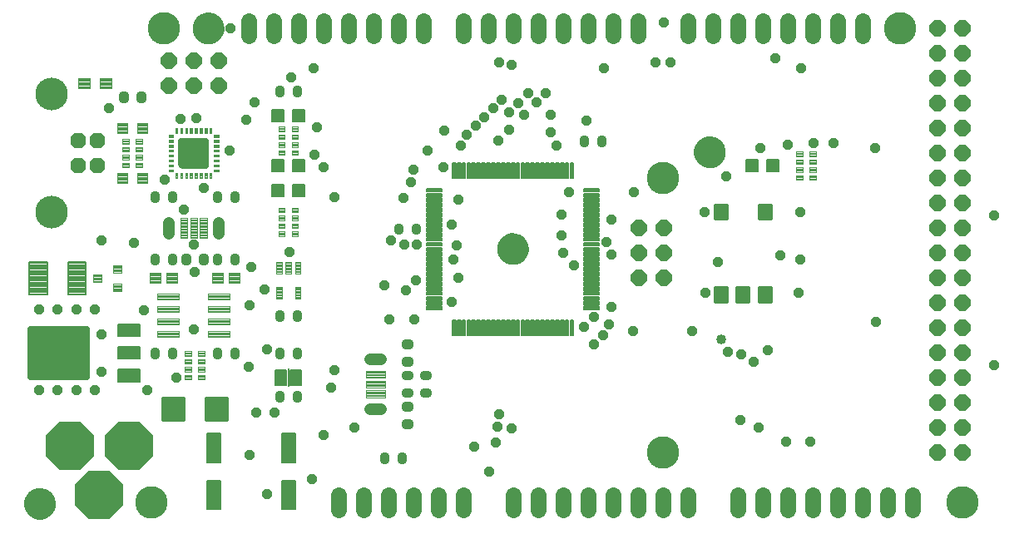
<source format=gts>
G75*
G70*
%OFA0B0*%
%FSLAX24Y24*%
%IPPOS*%
%LPD*%
%AMOC8*
5,1,8,0,0,1.08239X$1,22.5*
%
%ADD10C,0.1300*%
%ADD11OC8,0.0640*%
%ADD12C,0.0640*%
%ADD13C,0.0059*%
%ADD14C,0.0051*%
%ADD15C,0.0098*%
%ADD16OC8,0.1940*%
%ADD17C,0.0860*%
%ADD18C,0.0440*%
%ADD19C,0.0217*%
%ADD20C,0.0043*%
%ADD21C,0.0052*%
%ADD22C,0.0091*%
%ADD23C,0.0315*%
%ADD24C,0.0052*%
%ADD25OC8,0.0614*%
%ADD26C,0.1306*%
%ADD27C,0.0079*%
%ADD28C,0.0045*%
%ADD29C,0.0047*%
%ADD30C,0.0050*%
%ADD31R,0.0060X0.0720*%
%ADD32C,0.0197*%
%ADD33C,0.0040*%
%ADD34C,0.0047*%
%ADD35C,0.0047*%
%ADD36C,0.0089*%
%ADD37C,0.0480*%
%ADD38C,0.0046*%
%ADD39OC8,0.0400*%
%ADD40C,0.0400*%
D10*
X010538Y007300D03*
X031038Y009300D03*
X043038Y007300D03*
X031038Y020300D03*
X040538Y026300D03*
X011038Y026300D03*
D11*
X011238Y025000D03*
X012238Y025000D03*
X013238Y025000D03*
X013238Y024000D03*
X012238Y024000D03*
X011238Y024000D03*
X030088Y018300D03*
X031088Y018300D03*
X031088Y017300D03*
X030088Y017300D03*
X030088Y016300D03*
X031088Y016300D03*
X042038Y016300D03*
X043038Y016300D03*
X043038Y015300D03*
X042038Y015300D03*
X042038Y014300D03*
X043038Y014300D03*
X043038Y013300D03*
X042038Y013300D03*
X042038Y012300D03*
X043038Y012300D03*
X043038Y011300D03*
X042038Y011300D03*
X042038Y010300D03*
X043038Y010300D03*
X043038Y009300D03*
X042038Y009300D03*
X042038Y017300D03*
X043038Y017300D03*
X043038Y018300D03*
X042038Y018300D03*
X042038Y019300D03*
X043038Y019300D03*
X043038Y020300D03*
X042038Y020300D03*
X042038Y021300D03*
X043038Y021300D03*
X043038Y022300D03*
X042038Y022300D03*
X042038Y023300D03*
X043038Y023300D03*
X043038Y024300D03*
X042038Y024300D03*
X042038Y025300D03*
X043038Y025300D03*
X043038Y026300D03*
X042038Y026300D03*
D12*
X039038Y026600D02*
X039038Y026000D01*
X038038Y026000D02*
X038038Y026600D01*
X037038Y026600D02*
X037038Y026000D01*
X036038Y026000D02*
X036038Y026600D01*
X035038Y026600D02*
X035038Y026000D01*
X034038Y026000D02*
X034038Y026600D01*
X033038Y026600D02*
X033038Y026000D01*
X032038Y026000D02*
X032038Y026600D01*
X030038Y026600D02*
X030038Y026000D01*
X029038Y026000D02*
X029038Y026600D01*
X028038Y026600D02*
X028038Y026000D01*
X027038Y026000D02*
X027038Y026600D01*
X026038Y026600D02*
X026038Y026000D01*
X025038Y026000D02*
X025038Y026600D01*
X024038Y026600D02*
X024038Y026000D01*
X023038Y026000D02*
X023038Y026600D01*
X021438Y026600D02*
X021438Y026000D01*
X020438Y026000D02*
X020438Y026600D01*
X019438Y026600D02*
X019438Y026000D01*
X018438Y026000D02*
X018438Y026600D01*
X017438Y026600D02*
X017438Y026000D01*
X016438Y026000D02*
X016438Y026600D01*
X015438Y026600D02*
X015438Y026000D01*
X014438Y026000D02*
X014438Y026600D01*
X018038Y007600D02*
X018038Y007000D01*
X019038Y007000D02*
X019038Y007600D01*
X020038Y007600D02*
X020038Y007000D01*
X021038Y007000D02*
X021038Y007600D01*
X022038Y007600D02*
X022038Y007000D01*
X023038Y007000D02*
X023038Y007600D01*
X025038Y007600D02*
X025038Y007000D01*
X026038Y007000D02*
X026038Y007600D01*
X027038Y007600D02*
X027038Y007000D01*
X028038Y007000D02*
X028038Y007600D01*
X029038Y007600D02*
X029038Y007000D01*
X030038Y007000D02*
X030038Y007600D01*
X031038Y007600D02*
X031038Y007000D01*
X032038Y007000D02*
X032038Y007600D01*
X034038Y007600D02*
X034038Y007000D01*
X035038Y007000D02*
X035038Y007600D01*
X036038Y007600D02*
X036038Y007000D01*
X037038Y007000D02*
X037038Y007600D01*
X038038Y007600D02*
X038038Y007000D01*
X039038Y007000D02*
X039038Y007600D01*
X040038Y007600D02*
X040038Y007000D01*
X041038Y007000D02*
X041038Y007600D01*
D13*
X016304Y008186D02*
X016304Y007024D01*
X015772Y007024D01*
X015772Y008186D01*
X016304Y008186D01*
X016304Y007082D02*
X015772Y007082D01*
X015772Y007140D02*
X016304Y007140D01*
X016304Y007198D02*
X015772Y007198D01*
X015772Y007256D02*
X016304Y007256D01*
X016304Y007314D02*
X015772Y007314D01*
X015772Y007372D02*
X016304Y007372D01*
X016304Y007430D02*
X015772Y007430D01*
X015772Y007488D02*
X016304Y007488D01*
X016304Y007546D02*
X015772Y007546D01*
X015772Y007604D02*
X016304Y007604D01*
X016304Y007662D02*
X015772Y007662D01*
X015772Y007720D02*
X016304Y007720D01*
X016304Y007778D02*
X015772Y007778D01*
X015772Y007836D02*
X016304Y007836D01*
X016304Y007894D02*
X015772Y007894D01*
X015772Y007952D02*
X016304Y007952D01*
X016304Y008010D02*
X015772Y008010D01*
X015772Y008068D02*
X016304Y008068D01*
X016304Y008126D02*
X015772Y008126D01*
X015772Y008184D02*
X016304Y008184D01*
X016304Y008914D02*
X016304Y010076D01*
X016304Y008914D02*
X015772Y008914D01*
X015772Y010076D01*
X016304Y010076D01*
X016304Y008972D02*
X015772Y008972D01*
X015772Y009030D02*
X016304Y009030D01*
X016304Y009088D02*
X015772Y009088D01*
X015772Y009146D02*
X016304Y009146D01*
X016304Y009204D02*
X015772Y009204D01*
X015772Y009262D02*
X016304Y009262D01*
X016304Y009320D02*
X015772Y009320D01*
X015772Y009378D02*
X016304Y009378D01*
X016304Y009436D02*
X015772Y009436D01*
X015772Y009494D02*
X016304Y009494D01*
X016304Y009552D02*
X015772Y009552D01*
X015772Y009610D02*
X016304Y009610D01*
X016304Y009668D02*
X015772Y009668D01*
X015772Y009726D02*
X016304Y009726D01*
X016304Y009784D02*
X015772Y009784D01*
X015772Y009842D02*
X016304Y009842D01*
X016304Y009900D02*
X015772Y009900D01*
X015772Y009958D02*
X016304Y009958D01*
X016304Y010016D02*
X015772Y010016D01*
X015772Y010074D02*
X016304Y010074D01*
X013304Y010076D02*
X013304Y008914D01*
X012772Y008914D01*
X012772Y010076D01*
X013304Y010076D01*
X013304Y008972D02*
X012772Y008972D01*
X012772Y009030D02*
X013304Y009030D01*
X013304Y009088D02*
X012772Y009088D01*
X012772Y009146D02*
X013304Y009146D01*
X013304Y009204D02*
X012772Y009204D01*
X012772Y009262D02*
X013304Y009262D01*
X013304Y009320D02*
X012772Y009320D01*
X012772Y009378D02*
X013304Y009378D01*
X013304Y009436D02*
X012772Y009436D01*
X012772Y009494D02*
X013304Y009494D01*
X013304Y009552D02*
X012772Y009552D01*
X012772Y009610D02*
X013304Y009610D01*
X013304Y009668D02*
X012772Y009668D01*
X012772Y009726D02*
X013304Y009726D01*
X013304Y009784D02*
X012772Y009784D01*
X012772Y009842D02*
X013304Y009842D01*
X013304Y009900D02*
X012772Y009900D01*
X012772Y009958D02*
X013304Y009958D01*
X013304Y010016D02*
X012772Y010016D01*
X012772Y010074D02*
X013304Y010074D01*
X013304Y008186D02*
X013304Y007024D01*
X012772Y007024D01*
X012772Y008186D01*
X013304Y008186D01*
X013304Y007082D02*
X012772Y007082D01*
X012772Y007140D02*
X013304Y007140D01*
X013304Y007198D02*
X012772Y007198D01*
X012772Y007256D02*
X013304Y007256D01*
X013304Y007314D02*
X012772Y007314D01*
X012772Y007372D02*
X013304Y007372D01*
X013304Y007430D02*
X012772Y007430D01*
X012772Y007488D02*
X013304Y007488D01*
X013304Y007546D02*
X012772Y007546D01*
X012772Y007604D02*
X013304Y007604D01*
X013304Y007662D02*
X012772Y007662D01*
X012772Y007720D02*
X013304Y007720D01*
X013304Y007778D02*
X012772Y007778D01*
X012772Y007836D02*
X013304Y007836D01*
X013304Y007894D02*
X012772Y007894D01*
X012772Y007952D02*
X013304Y007952D01*
X013304Y008010D02*
X012772Y008010D01*
X012772Y008068D02*
X013304Y008068D01*
X013304Y008126D02*
X012772Y008126D01*
X012772Y008184D02*
X013304Y008184D01*
D14*
X015856Y019569D02*
X015856Y020031D01*
X015856Y019569D02*
X015394Y019569D01*
X015394Y020031D01*
X015856Y020031D01*
X015856Y019619D02*
X015394Y019619D01*
X015394Y019669D02*
X015856Y019669D01*
X015856Y019719D02*
X015394Y019719D01*
X015394Y019769D02*
X015856Y019769D01*
X015856Y019819D02*
X015394Y019819D01*
X015394Y019869D02*
X015856Y019869D01*
X015856Y019919D02*
X015394Y019919D01*
X015394Y019969D02*
X015856Y019969D01*
X015856Y020019D02*
X015394Y020019D01*
X016682Y020031D02*
X016682Y019569D01*
X016220Y019569D01*
X016220Y020031D01*
X016682Y020031D01*
X016682Y019619D02*
X016220Y019619D01*
X016220Y019669D02*
X016682Y019669D01*
X016682Y019719D02*
X016220Y019719D01*
X016220Y019769D02*
X016682Y019769D01*
X016682Y019819D02*
X016220Y019819D01*
X016220Y019869D02*
X016682Y019869D01*
X016682Y019919D02*
X016220Y019919D01*
X016220Y019969D02*
X016682Y019969D01*
X016682Y020019D02*
X016220Y020019D01*
X016682Y020569D02*
X016682Y021031D01*
X016682Y020569D02*
X016220Y020569D01*
X016220Y021031D01*
X016682Y021031D01*
X016682Y020619D02*
X016220Y020619D01*
X016220Y020669D02*
X016682Y020669D01*
X016682Y020719D02*
X016220Y020719D01*
X016220Y020769D02*
X016682Y020769D01*
X016682Y020819D02*
X016220Y020819D01*
X016220Y020869D02*
X016682Y020869D01*
X016682Y020919D02*
X016220Y020919D01*
X016220Y020969D02*
X016682Y020969D01*
X016682Y021019D02*
X016220Y021019D01*
X015856Y021031D02*
X015856Y020569D01*
X015394Y020569D01*
X015394Y021031D01*
X015856Y021031D01*
X015856Y020619D02*
X015394Y020619D01*
X015394Y020669D02*
X015856Y020669D01*
X015856Y020719D02*
X015394Y020719D01*
X015394Y020769D02*
X015856Y020769D01*
X015856Y020819D02*
X015394Y020819D01*
X015394Y020869D02*
X015856Y020869D01*
X015856Y020919D02*
X015394Y020919D01*
X015394Y020969D02*
X015856Y020969D01*
X015856Y021019D02*
X015394Y021019D01*
X015856Y022569D02*
X015856Y023031D01*
X015856Y022569D02*
X015394Y022569D01*
X015394Y023031D01*
X015856Y023031D01*
X015856Y022619D02*
X015394Y022619D01*
X015394Y022669D02*
X015856Y022669D01*
X015856Y022719D02*
X015394Y022719D01*
X015394Y022769D02*
X015856Y022769D01*
X015856Y022819D02*
X015394Y022819D01*
X015394Y022869D02*
X015856Y022869D01*
X015856Y022919D02*
X015394Y022919D01*
X015394Y022969D02*
X015856Y022969D01*
X015856Y023019D02*
X015394Y023019D01*
X016682Y023031D02*
X016682Y022569D01*
X016220Y022569D01*
X016220Y023031D01*
X016682Y023031D01*
X016682Y022619D02*
X016220Y022619D01*
X016220Y022669D02*
X016682Y022669D01*
X016682Y022719D02*
X016220Y022719D01*
X016220Y022769D02*
X016682Y022769D01*
X016682Y022819D02*
X016220Y022819D01*
X016220Y022869D02*
X016682Y022869D01*
X016682Y022919D02*
X016220Y022919D01*
X016220Y022969D02*
X016682Y022969D01*
X016682Y023019D02*
X016220Y023019D01*
X034856Y021031D02*
X034856Y020569D01*
X034394Y020569D01*
X034394Y021031D01*
X034856Y021031D01*
X034856Y020619D02*
X034394Y020619D01*
X034394Y020669D02*
X034856Y020669D01*
X034856Y020719D02*
X034394Y020719D01*
X034394Y020769D02*
X034856Y020769D01*
X034856Y020819D02*
X034394Y020819D01*
X034394Y020869D02*
X034856Y020869D01*
X034856Y020919D02*
X034394Y020919D01*
X034394Y020969D02*
X034856Y020969D01*
X034856Y021019D02*
X034394Y021019D01*
X035682Y021031D02*
X035682Y020569D01*
X035220Y020569D01*
X035220Y021031D01*
X035682Y021031D01*
X035682Y020619D02*
X035220Y020619D01*
X035220Y020669D02*
X035682Y020669D01*
X035682Y020719D02*
X035220Y020719D01*
X035220Y020769D02*
X035682Y020769D01*
X035682Y020819D02*
X035220Y020819D01*
X035220Y020869D02*
X035682Y020869D01*
X035682Y020919D02*
X035220Y020919D01*
X035220Y020969D02*
X035682Y020969D01*
X035682Y021019D02*
X035220Y021019D01*
D15*
X013597Y011493D02*
X012711Y011493D01*
X013597Y011493D02*
X013597Y010607D01*
X012711Y010607D01*
X012711Y011493D01*
X012711Y010704D02*
X013597Y010704D01*
X013597Y010801D02*
X012711Y010801D01*
X012711Y010898D02*
X013597Y010898D01*
X013597Y010995D02*
X012711Y010995D01*
X012711Y011092D02*
X013597Y011092D01*
X013597Y011189D02*
X012711Y011189D01*
X012711Y011286D02*
X013597Y011286D01*
X013597Y011383D02*
X012711Y011383D01*
X012711Y011480D02*
X013597Y011480D01*
X011865Y011493D02*
X010979Y011493D01*
X011865Y011493D02*
X011865Y010607D01*
X010979Y010607D01*
X010979Y011493D01*
X010979Y010704D02*
X011865Y010704D01*
X011865Y010801D02*
X010979Y010801D01*
X010979Y010898D02*
X011865Y010898D01*
X011865Y010995D02*
X010979Y010995D01*
X010979Y011092D02*
X011865Y011092D01*
X011865Y011189D02*
X010979Y011189D01*
X010979Y011286D02*
X011865Y011286D01*
X011865Y011383D02*
X010979Y011383D01*
X010979Y011480D02*
X011865Y011480D01*
D16*
X009638Y009570D03*
X007278Y009570D03*
X008458Y007600D03*
D17*
X005891Y007250D02*
X005893Y007277D01*
X005899Y007304D01*
X005908Y007330D01*
X005921Y007354D01*
X005937Y007377D01*
X005956Y007396D01*
X005978Y007413D01*
X006002Y007427D01*
X006027Y007437D01*
X006054Y007444D01*
X006081Y007447D01*
X006109Y007446D01*
X006136Y007441D01*
X006162Y007433D01*
X006186Y007421D01*
X006209Y007405D01*
X006230Y007387D01*
X006247Y007366D01*
X006262Y007342D01*
X006273Y007317D01*
X006281Y007291D01*
X006285Y007264D01*
X006285Y007236D01*
X006281Y007209D01*
X006273Y007183D01*
X006262Y007158D01*
X006247Y007134D01*
X006230Y007113D01*
X006209Y007095D01*
X006187Y007079D01*
X006162Y007067D01*
X006136Y007059D01*
X006109Y007054D01*
X006081Y007053D01*
X006054Y007056D01*
X006027Y007063D01*
X006002Y007073D01*
X005978Y007087D01*
X005956Y007104D01*
X005937Y007123D01*
X005921Y007146D01*
X005908Y007170D01*
X005899Y007196D01*
X005893Y007223D01*
X005891Y007250D01*
X024841Y017460D02*
X024843Y017487D01*
X024849Y017514D01*
X024858Y017540D01*
X024871Y017564D01*
X024887Y017587D01*
X024906Y017606D01*
X024928Y017623D01*
X024952Y017637D01*
X024977Y017647D01*
X025004Y017654D01*
X025031Y017657D01*
X025059Y017656D01*
X025086Y017651D01*
X025112Y017643D01*
X025136Y017631D01*
X025159Y017615D01*
X025180Y017597D01*
X025197Y017576D01*
X025212Y017552D01*
X025223Y017527D01*
X025231Y017501D01*
X025235Y017474D01*
X025235Y017446D01*
X025231Y017419D01*
X025223Y017393D01*
X025212Y017368D01*
X025197Y017344D01*
X025180Y017323D01*
X025159Y017305D01*
X025137Y017289D01*
X025112Y017277D01*
X025086Y017269D01*
X025059Y017264D01*
X025031Y017263D01*
X025004Y017266D01*
X024977Y017273D01*
X024952Y017283D01*
X024928Y017297D01*
X024906Y017314D01*
X024887Y017333D01*
X024871Y017356D01*
X024858Y017380D01*
X024849Y017406D01*
X024843Y017433D01*
X024841Y017460D01*
X032731Y021336D02*
X032733Y021363D01*
X032739Y021390D01*
X032748Y021416D01*
X032761Y021440D01*
X032777Y021463D01*
X032796Y021482D01*
X032818Y021499D01*
X032842Y021513D01*
X032867Y021523D01*
X032894Y021530D01*
X032921Y021533D01*
X032949Y021532D01*
X032976Y021527D01*
X033002Y021519D01*
X033026Y021507D01*
X033049Y021491D01*
X033070Y021473D01*
X033087Y021452D01*
X033102Y021428D01*
X033113Y021403D01*
X033121Y021377D01*
X033125Y021350D01*
X033125Y021322D01*
X033121Y021295D01*
X033113Y021269D01*
X033102Y021244D01*
X033087Y021220D01*
X033070Y021199D01*
X033049Y021181D01*
X033027Y021165D01*
X033002Y021153D01*
X032976Y021145D01*
X032949Y021140D01*
X032921Y021139D01*
X032894Y021142D01*
X032867Y021149D01*
X032842Y021159D01*
X032818Y021173D01*
X032796Y021190D01*
X032777Y021209D01*
X032761Y021232D01*
X032748Y021256D01*
X032739Y021282D01*
X032733Y021309D01*
X032731Y021336D01*
X012641Y026300D02*
X012643Y026327D01*
X012649Y026354D01*
X012658Y026380D01*
X012671Y026404D01*
X012687Y026427D01*
X012706Y026446D01*
X012728Y026463D01*
X012752Y026477D01*
X012777Y026487D01*
X012804Y026494D01*
X012831Y026497D01*
X012859Y026496D01*
X012886Y026491D01*
X012912Y026483D01*
X012936Y026471D01*
X012959Y026455D01*
X012980Y026437D01*
X012997Y026416D01*
X013012Y026392D01*
X013023Y026367D01*
X013031Y026341D01*
X013035Y026314D01*
X013035Y026286D01*
X013031Y026259D01*
X013023Y026233D01*
X013012Y026208D01*
X012997Y026184D01*
X012980Y026163D01*
X012959Y026145D01*
X012937Y026129D01*
X012912Y026117D01*
X012886Y026109D01*
X012859Y026104D01*
X012831Y026103D01*
X012804Y026106D01*
X012777Y026113D01*
X012752Y026123D01*
X012728Y026137D01*
X012706Y026154D01*
X012687Y026173D01*
X012671Y026196D01*
X012658Y026220D01*
X012649Y026246D01*
X012643Y026273D01*
X012641Y026300D01*
D18*
X006088Y007250D03*
X025038Y017460D03*
X032928Y021336D03*
X012838Y026300D03*
D19*
X007936Y014275D02*
X007936Y012325D01*
X005672Y012325D01*
X005672Y014275D01*
X007936Y014275D01*
X007936Y012541D02*
X005672Y012541D01*
X005672Y012757D02*
X007936Y012757D01*
X007936Y012973D02*
X005672Y012973D01*
X005672Y013189D02*
X007936Y013189D01*
X007936Y013405D02*
X005672Y013405D01*
X005672Y013621D02*
X007936Y013621D01*
X007936Y013837D02*
X005672Y013837D01*
X005672Y014053D02*
X007936Y014053D01*
X007936Y014269D02*
X005672Y014269D01*
D20*
X009992Y014394D02*
X009992Y014002D01*
X009364Y014002D01*
X009364Y014394D01*
X009992Y014394D01*
X009992Y014044D02*
X009364Y014044D01*
X009364Y014086D02*
X009992Y014086D01*
X009992Y014128D02*
X009364Y014128D01*
X009364Y014170D02*
X009992Y014170D01*
X009992Y014212D02*
X009364Y014212D01*
X009364Y014254D02*
X009992Y014254D01*
X009992Y014296D02*
X009364Y014296D01*
X009364Y014338D02*
X009992Y014338D01*
X009992Y014380D02*
X009364Y014380D01*
X010488Y016104D02*
X010918Y016104D01*
X010488Y016104D02*
X010488Y016496D01*
X010918Y016496D01*
X010918Y016104D01*
X010918Y016146D02*
X010488Y016146D01*
X010488Y016188D02*
X010918Y016188D01*
X010918Y016230D02*
X010488Y016230D01*
X010488Y016272D02*
X010918Y016272D01*
X010918Y016314D02*
X010488Y016314D01*
X010488Y016356D02*
X010918Y016356D01*
X010918Y016398D02*
X010488Y016398D01*
X010488Y016440D02*
X010918Y016440D01*
X010918Y016482D02*
X010488Y016482D01*
X011158Y016104D02*
X011588Y016104D01*
X011158Y016104D02*
X011158Y016496D01*
X011588Y016496D01*
X011588Y016104D01*
X011588Y016146D02*
X011158Y016146D01*
X011158Y016188D02*
X011588Y016188D01*
X011588Y016230D02*
X011158Y016230D01*
X011158Y016272D02*
X011588Y016272D01*
X011588Y016314D02*
X011158Y016314D01*
X011158Y016356D02*
X011588Y016356D01*
X011588Y016398D02*
X011158Y016398D01*
X011158Y016440D02*
X011588Y016440D01*
X011588Y016482D02*
X011158Y016482D01*
X012988Y016104D02*
X013418Y016104D01*
X012988Y016104D02*
X012988Y016496D01*
X013418Y016496D01*
X013418Y016104D01*
X013418Y016146D02*
X012988Y016146D01*
X012988Y016188D02*
X013418Y016188D01*
X013418Y016230D02*
X012988Y016230D01*
X012988Y016272D02*
X013418Y016272D01*
X013418Y016314D02*
X012988Y016314D01*
X012988Y016356D02*
X013418Y016356D01*
X013418Y016398D02*
X012988Y016398D01*
X012988Y016440D02*
X013418Y016440D01*
X013418Y016482D02*
X012988Y016482D01*
X013658Y016104D02*
X014088Y016104D01*
X013658Y016104D02*
X013658Y016496D01*
X014088Y016496D01*
X014088Y016104D01*
X014088Y016146D02*
X013658Y016146D01*
X013658Y016188D02*
X014088Y016188D01*
X014088Y016230D02*
X013658Y016230D01*
X013658Y016272D02*
X014088Y016272D01*
X014088Y016314D02*
X013658Y016314D01*
X013658Y016356D02*
X014088Y016356D01*
X014088Y016398D02*
X013658Y016398D01*
X013658Y016440D02*
X014088Y016440D01*
X014088Y016482D02*
X013658Y016482D01*
X010378Y020104D02*
X009986Y020104D01*
X009986Y020496D01*
X010378Y020496D01*
X010378Y020104D01*
X010378Y020146D02*
X009986Y020146D01*
X009986Y020188D02*
X010378Y020188D01*
X010378Y020230D02*
X009986Y020230D01*
X009986Y020272D02*
X010378Y020272D01*
X010378Y020314D02*
X009986Y020314D01*
X009986Y020356D02*
X010378Y020356D01*
X010378Y020398D02*
X009986Y020398D01*
X009986Y020440D02*
X010378Y020440D01*
X010378Y020482D02*
X009986Y020482D01*
X009590Y020104D02*
X009198Y020104D01*
X009198Y020496D01*
X009590Y020496D01*
X009590Y020104D01*
X009590Y020146D02*
X009198Y020146D01*
X009198Y020188D02*
X009590Y020188D01*
X009590Y020230D02*
X009198Y020230D01*
X009198Y020272D02*
X009590Y020272D01*
X009590Y020314D02*
X009198Y020314D01*
X009198Y020356D02*
X009590Y020356D01*
X009590Y020398D02*
X009198Y020398D01*
X009198Y020440D02*
X009590Y020440D01*
X009590Y020482D02*
X009198Y020482D01*
X009198Y022104D02*
X009590Y022104D01*
X009198Y022104D02*
X009198Y022496D01*
X009590Y022496D01*
X009590Y022104D01*
X009590Y022146D02*
X009198Y022146D01*
X009198Y022188D02*
X009590Y022188D01*
X009590Y022230D02*
X009198Y022230D01*
X009198Y022272D02*
X009590Y022272D01*
X009590Y022314D02*
X009198Y022314D01*
X009198Y022356D02*
X009590Y022356D01*
X009590Y022398D02*
X009198Y022398D01*
X009198Y022440D02*
X009590Y022440D01*
X009590Y022482D02*
X009198Y022482D01*
X009986Y022104D02*
X010378Y022104D01*
X009986Y022104D02*
X009986Y022496D01*
X010378Y022496D01*
X010378Y022104D01*
X010378Y022146D02*
X009986Y022146D01*
X009986Y022188D02*
X010378Y022188D01*
X010378Y022230D02*
X009986Y022230D01*
X009986Y022272D02*
X010378Y022272D01*
X010378Y022314D02*
X009986Y022314D01*
X009986Y022356D02*
X010378Y022356D01*
X010378Y022398D02*
X009986Y022398D01*
X009986Y022440D02*
X010378Y022440D01*
X010378Y022482D02*
X009986Y022482D01*
X008956Y024296D02*
X008486Y024296D01*
X008956Y024296D02*
X008956Y023904D01*
X008486Y023904D01*
X008486Y024296D01*
X008486Y023946D02*
X008956Y023946D01*
X008956Y023988D02*
X008486Y023988D01*
X008486Y024030D02*
X008956Y024030D01*
X008956Y024072D02*
X008486Y024072D01*
X008486Y024114D02*
X008956Y024114D01*
X008956Y024156D02*
X008486Y024156D01*
X008486Y024198D02*
X008956Y024198D01*
X008956Y024240D02*
X008486Y024240D01*
X008486Y024282D02*
X008956Y024282D01*
X008090Y024296D02*
X007620Y024296D01*
X008090Y024296D02*
X008090Y023904D01*
X007620Y023904D01*
X007620Y024296D01*
X007620Y023946D02*
X008090Y023946D01*
X008090Y023988D02*
X007620Y023988D01*
X007620Y024030D02*
X008090Y024030D01*
X008090Y024072D02*
X007620Y024072D01*
X007620Y024114D02*
X008090Y024114D01*
X008090Y024156D02*
X007620Y024156D01*
X007620Y024198D02*
X008090Y024198D01*
X008090Y024240D02*
X007620Y024240D01*
X007620Y024282D02*
X008090Y024282D01*
X009992Y012598D02*
X009992Y012206D01*
X009364Y012206D01*
X009364Y012598D01*
X009992Y012598D01*
X009992Y012248D02*
X009364Y012248D01*
X009364Y012290D02*
X009992Y012290D01*
X009992Y012332D02*
X009364Y012332D01*
X009364Y012374D02*
X009992Y012374D01*
X009992Y012416D02*
X009364Y012416D01*
X009364Y012458D02*
X009992Y012458D01*
X009992Y012500D02*
X009364Y012500D01*
X009364Y012542D02*
X009992Y012542D01*
X009992Y012584D02*
X009364Y012584D01*
D21*
X010092Y012624D02*
X010092Y012156D01*
X009224Y012156D01*
X009224Y012624D01*
X010092Y012624D01*
X010092Y012207D02*
X009224Y012207D01*
X009224Y012258D02*
X010092Y012258D01*
X010092Y012309D02*
X009224Y012309D01*
X009224Y012360D02*
X010092Y012360D01*
X010092Y012411D02*
X009224Y012411D01*
X009224Y012462D02*
X010092Y012462D01*
X010092Y012513D02*
X009224Y012513D01*
X009224Y012564D02*
X010092Y012564D01*
X010092Y012615D02*
X009224Y012615D01*
X010092Y013066D02*
X010092Y013534D01*
X010092Y013066D02*
X009224Y013066D01*
X009224Y013534D01*
X010092Y013534D01*
X010092Y013117D02*
X009224Y013117D01*
X009224Y013168D02*
X010092Y013168D01*
X010092Y013219D02*
X009224Y013219D01*
X009224Y013270D02*
X010092Y013270D01*
X010092Y013321D02*
X009224Y013321D01*
X009224Y013372D02*
X010092Y013372D01*
X010092Y013423D02*
X009224Y013423D01*
X009224Y013474D02*
X010092Y013474D01*
X010092Y013525D02*
X009224Y013525D01*
X010092Y013976D02*
X010092Y014444D01*
X010092Y013976D02*
X009224Y013976D01*
X009224Y014444D01*
X010092Y014444D01*
X010092Y014027D02*
X009224Y014027D01*
X009224Y014078D02*
X010092Y014078D01*
X010092Y014129D02*
X009224Y014129D01*
X009224Y014180D02*
X010092Y014180D01*
X010092Y014231D02*
X009224Y014231D01*
X009224Y014282D02*
X010092Y014282D01*
X010092Y014333D02*
X009224Y014333D01*
X009224Y014384D02*
X010092Y014384D01*
X010092Y014435D02*
X009224Y014435D01*
D22*
X007626Y013983D02*
X007626Y012617D01*
X006810Y012617D01*
X006810Y013983D01*
X007626Y013983D01*
X007626Y012707D02*
X006810Y012707D01*
X006810Y012797D02*
X007626Y012797D01*
X007626Y012887D02*
X006810Y012887D01*
X006810Y012977D02*
X007626Y012977D01*
X007626Y013067D02*
X006810Y013067D01*
X006810Y013157D02*
X007626Y013157D01*
X007626Y013247D02*
X006810Y013247D01*
X006810Y013337D02*
X007626Y013337D01*
X007626Y013427D02*
X006810Y013427D01*
X006810Y013517D02*
X007626Y013517D01*
X007626Y013607D02*
X006810Y013607D01*
X006810Y013697D02*
X007626Y013697D01*
X007626Y013787D02*
X006810Y013787D01*
X006810Y013877D02*
X007626Y013877D01*
X007626Y013967D02*
X006810Y013967D01*
D23*
X010728Y013379D02*
X010728Y013221D01*
X010648Y013221D01*
X010648Y013379D01*
X010728Y013379D01*
X011428Y013379D02*
X011428Y013221D01*
X011348Y013221D01*
X011348Y013379D01*
X011428Y013379D01*
X013148Y013379D02*
X013148Y013221D01*
X013148Y013379D02*
X013228Y013379D01*
X013228Y013221D01*
X013148Y013221D01*
X013848Y013221D02*
X013848Y013379D01*
X013928Y013379D01*
X013928Y013221D01*
X013848Y013221D01*
X015728Y013221D02*
X015728Y013379D01*
X015728Y013221D02*
X015648Y013221D01*
X015648Y013379D01*
X015728Y013379D01*
X016428Y013379D02*
X016428Y013221D01*
X016348Y013221D01*
X016348Y013379D01*
X016428Y013379D01*
X016428Y014721D02*
X016428Y014879D01*
X016428Y014721D02*
X016348Y014721D01*
X016348Y014879D01*
X016428Y014879D01*
X015728Y014879D02*
X015728Y014721D01*
X015648Y014721D01*
X015648Y014879D01*
X015728Y014879D01*
X013928Y016971D02*
X013928Y017129D01*
X013928Y016971D02*
X013848Y016971D01*
X013848Y017129D01*
X013928Y017129D01*
X013228Y017129D02*
X013228Y016971D01*
X013148Y016971D01*
X013148Y017129D01*
X013228Y017129D01*
X012678Y016971D02*
X012598Y016971D01*
X012598Y017129D01*
X012678Y017129D01*
X012678Y016971D01*
X011978Y016971D02*
X011898Y016971D01*
X011898Y017129D01*
X011978Y017129D01*
X011978Y016971D01*
X011348Y016971D02*
X011348Y017129D01*
X011428Y017129D01*
X011428Y016971D01*
X011348Y016971D01*
X010648Y016971D02*
X010648Y017129D01*
X010728Y017129D01*
X010728Y016971D01*
X010648Y016971D01*
X010648Y019629D02*
X010728Y019629D01*
X010728Y019471D01*
X010648Y019471D01*
X010648Y019629D01*
X011348Y019629D02*
X011428Y019629D01*
X011428Y019471D01*
X011348Y019471D01*
X011348Y019629D01*
X013228Y019629D02*
X013228Y019471D01*
X013148Y019471D01*
X013148Y019629D01*
X013228Y019629D01*
X013928Y019629D02*
X013928Y019471D01*
X013848Y019471D01*
X013848Y019629D01*
X013928Y019629D01*
X020414Y018355D02*
X020414Y018197D01*
X020414Y018355D02*
X020494Y018355D01*
X020494Y018197D01*
X020414Y018197D01*
X021114Y018197D02*
X021114Y018355D01*
X021194Y018355D01*
X021194Y018197D01*
X021114Y018197D01*
X027928Y021721D02*
X027928Y021879D01*
X027928Y021721D02*
X027848Y021721D01*
X027848Y021879D01*
X027928Y021879D01*
X028628Y021879D02*
X028628Y021721D01*
X028548Y021721D01*
X028548Y021879D01*
X028628Y021879D01*
X016428Y023721D02*
X016428Y023879D01*
X016428Y023721D02*
X016348Y023721D01*
X016348Y023879D01*
X016428Y023879D01*
X015728Y023879D02*
X015728Y023721D01*
X015648Y023721D01*
X015648Y023879D01*
X015728Y023879D01*
X010098Y023629D02*
X010098Y023471D01*
X010098Y023629D02*
X010178Y023629D01*
X010178Y023471D01*
X010098Y023471D01*
X009398Y023471D02*
X009398Y023629D01*
X009478Y023629D01*
X009478Y023471D01*
X009398Y023471D01*
X020709Y013610D02*
X020867Y013610D01*
X020709Y013610D02*
X020709Y013690D01*
X020867Y013690D01*
X020867Y013610D01*
X020867Y012910D02*
X020709Y012910D01*
X020709Y012990D01*
X020867Y012990D01*
X020867Y012910D01*
X020867Y012440D02*
X020867Y012360D01*
X020709Y012360D01*
X020709Y012440D01*
X020867Y012440D01*
X021459Y012440D02*
X021459Y012360D01*
X021459Y012440D02*
X021617Y012440D01*
X021617Y012360D01*
X021459Y012360D01*
X021459Y011740D02*
X021459Y011660D01*
X021459Y011740D02*
X021617Y011740D01*
X021617Y011660D01*
X021459Y011660D01*
X020867Y011660D02*
X020867Y011740D01*
X020867Y011660D02*
X020709Y011660D01*
X020709Y011740D01*
X020867Y011740D01*
X020867Y011190D02*
X020709Y011190D01*
X020867Y011190D02*
X020867Y011110D01*
X020709Y011110D01*
X020709Y011190D01*
X020709Y010490D02*
X020867Y010490D01*
X020867Y010410D01*
X020709Y010410D01*
X020709Y010490D01*
X020628Y009179D02*
X020628Y009021D01*
X020548Y009021D01*
X020548Y009179D01*
X020628Y009179D01*
X019928Y009179D02*
X019928Y009021D01*
X019848Y009021D01*
X019848Y009179D01*
X019928Y009179D01*
X016348Y011471D02*
X016348Y011629D01*
X016428Y011629D01*
X016428Y011471D01*
X016348Y011471D01*
X015648Y011471D02*
X015648Y011629D01*
X015728Y011629D01*
X015728Y011471D01*
X015648Y011471D01*
D24*
X021599Y015035D02*
X022177Y015035D01*
X021599Y015035D02*
X021599Y015161D01*
X022177Y015161D01*
X022177Y015035D01*
X022177Y015086D02*
X021599Y015086D01*
X021599Y015137D02*
X022177Y015137D01*
X022177Y015232D02*
X021599Y015232D01*
X021599Y015358D01*
X022177Y015358D01*
X022177Y015232D01*
X022177Y015283D02*
X021599Y015283D01*
X021599Y015334D02*
X022177Y015334D01*
X022177Y015428D02*
X021599Y015428D01*
X021599Y015554D01*
X022177Y015554D01*
X022177Y015428D01*
X022177Y015479D02*
X021599Y015479D01*
X021599Y015530D02*
X022177Y015530D01*
X022177Y015625D02*
X021599Y015625D01*
X021599Y015751D01*
X022177Y015751D01*
X022177Y015625D01*
X022177Y015676D02*
X021599Y015676D01*
X021599Y015727D02*
X022177Y015727D01*
X022177Y015822D02*
X021599Y015822D01*
X021599Y015948D01*
X022177Y015948D01*
X022177Y015822D01*
X022177Y015873D02*
X021599Y015873D01*
X021599Y015924D02*
X022177Y015924D01*
X022177Y016019D02*
X021599Y016019D01*
X021599Y016145D01*
X022177Y016145D01*
X022177Y016019D01*
X022177Y016070D02*
X021599Y016070D01*
X021599Y016121D02*
X022177Y016121D01*
X022177Y016216D02*
X021599Y016216D01*
X021599Y016342D01*
X022177Y016342D01*
X022177Y016216D01*
X022177Y016267D02*
X021599Y016267D01*
X021599Y016318D02*
X022177Y016318D01*
X022177Y016413D02*
X021599Y016413D01*
X021599Y016539D01*
X022177Y016539D01*
X022177Y016413D01*
X022177Y016464D02*
X021599Y016464D01*
X021599Y016515D02*
X022177Y016515D01*
X022177Y016610D02*
X021599Y016610D01*
X021599Y016736D01*
X022177Y016736D01*
X022177Y016610D01*
X022177Y016661D02*
X021599Y016661D01*
X021599Y016712D02*
X022177Y016712D01*
X022177Y016806D02*
X021599Y016806D01*
X021599Y016932D01*
X022177Y016932D01*
X022177Y016806D01*
X022177Y016857D02*
X021599Y016857D01*
X021599Y016908D02*
X022177Y016908D01*
X022177Y017003D02*
X021599Y017003D01*
X021599Y017129D01*
X022177Y017129D01*
X022177Y017003D01*
X022177Y017054D02*
X021599Y017054D01*
X021599Y017105D02*
X022177Y017105D01*
X022177Y017200D02*
X021599Y017200D01*
X021599Y017326D01*
X022177Y017326D01*
X022177Y017200D01*
X022177Y017251D02*
X021599Y017251D01*
X021599Y017302D02*
X022177Y017302D01*
X022177Y017397D02*
X021599Y017397D01*
X021599Y017523D01*
X022177Y017523D01*
X022177Y017397D01*
X022177Y017448D02*
X021599Y017448D01*
X021599Y017499D02*
X022177Y017499D01*
X022177Y017594D02*
X021599Y017594D01*
X021599Y017720D01*
X022177Y017720D01*
X022177Y017594D01*
X022177Y017645D02*
X021599Y017645D01*
X021599Y017696D02*
X022177Y017696D01*
X022177Y017791D02*
X021599Y017791D01*
X021599Y017917D01*
X022177Y017917D01*
X022177Y017791D01*
X022177Y017842D02*
X021599Y017842D01*
X021599Y017893D02*
X022177Y017893D01*
X022177Y017988D02*
X021599Y017988D01*
X021599Y018114D01*
X022177Y018114D01*
X022177Y017988D01*
X022177Y018039D02*
X021599Y018039D01*
X021599Y018090D02*
X022177Y018090D01*
X022177Y018184D02*
X021599Y018184D01*
X021599Y018310D01*
X022177Y018310D01*
X022177Y018184D01*
X022177Y018235D02*
X021599Y018235D01*
X021599Y018286D02*
X022177Y018286D01*
X022177Y018381D02*
X021599Y018381D01*
X021599Y018507D01*
X022177Y018507D01*
X022177Y018381D01*
X022177Y018432D02*
X021599Y018432D01*
X021599Y018483D02*
X022177Y018483D01*
X022177Y018578D02*
X021599Y018578D01*
X021599Y018704D01*
X022177Y018704D01*
X022177Y018578D01*
X022177Y018629D02*
X021599Y018629D01*
X021599Y018680D02*
X022177Y018680D01*
X022177Y018775D02*
X021599Y018775D01*
X021599Y018901D01*
X022177Y018901D01*
X022177Y018775D01*
X022177Y018826D02*
X021599Y018826D01*
X021599Y018877D02*
X022177Y018877D01*
X022177Y018972D02*
X021599Y018972D01*
X021599Y019098D01*
X022177Y019098D01*
X022177Y018972D01*
X022177Y019023D02*
X021599Y019023D01*
X021599Y019074D02*
X022177Y019074D01*
X022177Y019169D02*
X021599Y019169D01*
X021599Y019295D01*
X022177Y019295D01*
X022177Y019169D01*
X022177Y019220D02*
X021599Y019220D01*
X021599Y019271D02*
X022177Y019271D01*
X022177Y019366D02*
X021599Y019366D01*
X021599Y019492D01*
X022177Y019492D01*
X022177Y019366D01*
X022177Y019417D02*
X021599Y019417D01*
X021599Y019468D02*
X022177Y019468D01*
X022177Y019562D02*
X021599Y019562D01*
X021599Y019688D01*
X022177Y019688D01*
X022177Y019562D01*
X022177Y019613D02*
X021599Y019613D01*
X021599Y019664D02*
X022177Y019664D01*
X022177Y019759D02*
X021599Y019759D01*
X021599Y019885D01*
X022177Y019885D01*
X022177Y019759D01*
X022177Y019810D02*
X021599Y019810D01*
X021599Y019861D02*
X022177Y019861D01*
X022613Y020321D02*
X022739Y020321D01*
X022613Y020321D02*
X022613Y020899D01*
X022739Y020899D01*
X022739Y020321D01*
X022739Y020372D02*
X022613Y020372D01*
X022613Y020423D02*
X022739Y020423D01*
X022739Y020474D02*
X022613Y020474D01*
X022613Y020525D02*
X022739Y020525D01*
X022739Y020576D02*
X022613Y020576D01*
X022613Y020627D02*
X022739Y020627D01*
X022739Y020678D02*
X022613Y020678D01*
X022613Y020729D02*
X022739Y020729D01*
X022739Y020780D02*
X022613Y020780D01*
X022613Y020831D02*
X022739Y020831D01*
X022739Y020882D02*
X022613Y020882D01*
X022810Y020321D02*
X022936Y020321D01*
X022810Y020321D02*
X022810Y020899D01*
X022936Y020899D01*
X022936Y020321D01*
X022936Y020372D02*
X022810Y020372D01*
X022810Y020423D02*
X022936Y020423D01*
X022936Y020474D02*
X022810Y020474D01*
X022810Y020525D02*
X022936Y020525D01*
X022936Y020576D02*
X022810Y020576D01*
X022810Y020627D02*
X022936Y020627D01*
X022936Y020678D02*
X022810Y020678D01*
X022810Y020729D02*
X022936Y020729D01*
X022936Y020780D02*
X022810Y020780D01*
X022810Y020831D02*
X022936Y020831D01*
X022936Y020882D02*
X022810Y020882D01*
X023006Y020321D02*
X023132Y020321D01*
X023006Y020321D02*
X023006Y020899D01*
X023132Y020899D01*
X023132Y020321D01*
X023132Y020372D02*
X023006Y020372D01*
X023006Y020423D02*
X023132Y020423D01*
X023132Y020474D02*
X023006Y020474D01*
X023006Y020525D02*
X023132Y020525D01*
X023132Y020576D02*
X023006Y020576D01*
X023006Y020627D02*
X023132Y020627D01*
X023132Y020678D02*
X023006Y020678D01*
X023006Y020729D02*
X023132Y020729D01*
X023132Y020780D02*
X023006Y020780D01*
X023006Y020831D02*
X023132Y020831D01*
X023132Y020882D02*
X023006Y020882D01*
X023203Y020321D02*
X023329Y020321D01*
X023203Y020321D02*
X023203Y020899D01*
X023329Y020899D01*
X023329Y020321D01*
X023329Y020372D02*
X023203Y020372D01*
X023203Y020423D02*
X023329Y020423D01*
X023329Y020474D02*
X023203Y020474D01*
X023203Y020525D02*
X023329Y020525D01*
X023329Y020576D02*
X023203Y020576D01*
X023203Y020627D02*
X023329Y020627D01*
X023329Y020678D02*
X023203Y020678D01*
X023203Y020729D02*
X023329Y020729D01*
X023329Y020780D02*
X023203Y020780D01*
X023203Y020831D02*
X023329Y020831D01*
X023329Y020882D02*
X023203Y020882D01*
X023400Y020321D02*
X023526Y020321D01*
X023400Y020321D02*
X023400Y020899D01*
X023526Y020899D01*
X023526Y020321D01*
X023526Y020372D02*
X023400Y020372D01*
X023400Y020423D02*
X023526Y020423D01*
X023526Y020474D02*
X023400Y020474D01*
X023400Y020525D02*
X023526Y020525D01*
X023526Y020576D02*
X023400Y020576D01*
X023400Y020627D02*
X023526Y020627D01*
X023526Y020678D02*
X023400Y020678D01*
X023400Y020729D02*
X023526Y020729D01*
X023526Y020780D02*
X023400Y020780D01*
X023400Y020831D02*
X023526Y020831D01*
X023526Y020882D02*
X023400Y020882D01*
X023597Y020321D02*
X023723Y020321D01*
X023597Y020321D02*
X023597Y020899D01*
X023723Y020899D01*
X023723Y020321D01*
X023723Y020372D02*
X023597Y020372D01*
X023597Y020423D02*
X023723Y020423D01*
X023723Y020474D02*
X023597Y020474D01*
X023597Y020525D02*
X023723Y020525D01*
X023723Y020576D02*
X023597Y020576D01*
X023597Y020627D02*
X023723Y020627D01*
X023723Y020678D02*
X023597Y020678D01*
X023597Y020729D02*
X023723Y020729D01*
X023723Y020780D02*
X023597Y020780D01*
X023597Y020831D02*
X023723Y020831D01*
X023723Y020882D02*
X023597Y020882D01*
X023794Y020321D02*
X023920Y020321D01*
X023794Y020321D02*
X023794Y020899D01*
X023920Y020899D01*
X023920Y020321D01*
X023920Y020372D02*
X023794Y020372D01*
X023794Y020423D02*
X023920Y020423D01*
X023920Y020474D02*
X023794Y020474D01*
X023794Y020525D02*
X023920Y020525D01*
X023920Y020576D02*
X023794Y020576D01*
X023794Y020627D02*
X023920Y020627D01*
X023920Y020678D02*
X023794Y020678D01*
X023794Y020729D02*
X023920Y020729D01*
X023920Y020780D02*
X023794Y020780D01*
X023794Y020831D02*
X023920Y020831D01*
X023920Y020882D02*
X023794Y020882D01*
X023991Y020321D02*
X024117Y020321D01*
X023991Y020321D02*
X023991Y020899D01*
X024117Y020899D01*
X024117Y020321D01*
X024117Y020372D02*
X023991Y020372D01*
X023991Y020423D02*
X024117Y020423D01*
X024117Y020474D02*
X023991Y020474D01*
X023991Y020525D02*
X024117Y020525D01*
X024117Y020576D02*
X023991Y020576D01*
X023991Y020627D02*
X024117Y020627D01*
X024117Y020678D02*
X023991Y020678D01*
X023991Y020729D02*
X024117Y020729D01*
X024117Y020780D02*
X023991Y020780D01*
X023991Y020831D02*
X024117Y020831D01*
X024117Y020882D02*
X023991Y020882D01*
X024187Y020321D02*
X024313Y020321D01*
X024187Y020321D02*
X024187Y020899D01*
X024313Y020899D01*
X024313Y020321D01*
X024313Y020372D02*
X024187Y020372D01*
X024187Y020423D02*
X024313Y020423D01*
X024313Y020474D02*
X024187Y020474D01*
X024187Y020525D02*
X024313Y020525D01*
X024313Y020576D02*
X024187Y020576D01*
X024187Y020627D02*
X024313Y020627D01*
X024313Y020678D02*
X024187Y020678D01*
X024187Y020729D02*
X024313Y020729D01*
X024313Y020780D02*
X024187Y020780D01*
X024187Y020831D02*
X024313Y020831D01*
X024313Y020882D02*
X024187Y020882D01*
X024384Y020321D02*
X024510Y020321D01*
X024384Y020321D02*
X024384Y020899D01*
X024510Y020899D01*
X024510Y020321D01*
X024510Y020372D02*
X024384Y020372D01*
X024384Y020423D02*
X024510Y020423D01*
X024510Y020474D02*
X024384Y020474D01*
X024384Y020525D02*
X024510Y020525D01*
X024510Y020576D02*
X024384Y020576D01*
X024384Y020627D02*
X024510Y020627D01*
X024510Y020678D02*
X024384Y020678D01*
X024384Y020729D02*
X024510Y020729D01*
X024510Y020780D02*
X024384Y020780D01*
X024384Y020831D02*
X024510Y020831D01*
X024510Y020882D02*
X024384Y020882D01*
X024581Y020321D02*
X024707Y020321D01*
X024581Y020321D02*
X024581Y020899D01*
X024707Y020899D01*
X024707Y020321D01*
X024707Y020372D02*
X024581Y020372D01*
X024581Y020423D02*
X024707Y020423D01*
X024707Y020474D02*
X024581Y020474D01*
X024581Y020525D02*
X024707Y020525D01*
X024707Y020576D02*
X024581Y020576D01*
X024581Y020627D02*
X024707Y020627D01*
X024707Y020678D02*
X024581Y020678D01*
X024581Y020729D02*
X024707Y020729D01*
X024707Y020780D02*
X024581Y020780D01*
X024581Y020831D02*
X024707Y020831D01*
X024707Y020882D02*
X024581Y020882D01*
X024778Y020321D02*
X024904Y020321D01*
X024778Y020321D02*
X024778Y020899D01*
X024904Y020899D01*
X024904Y020321D01*
X024904Y020372D02*
X024778Y020372D01*
X024778Y020423D02*
X024904Y020423D01*
X024904Y020474D02*
X024778Y020474D01*
X024778Y020525D02*
X024904Y020525D01*
X024904Y020576D02*
X024778Y020576D01*
X024778Y020627D02*
X024904Y020627D01*
X024904Y020678D02*
X024778Y020678D01*
X024778Y020729D02*
X024904Y020729D01*
X024904Y020780D02*
X024778Y020780D01*
X024778Y020831D02*
X024904Y020831D01*
X024904Y020882D02*
X024778Y020882D01*
X024975Y020321D02*
X025101Y020321D01*
X024975Y020321D02*
X024975Y020899D01*
X025101Y020899D01*
X025101Y020321D01*
X025101Y020372D02*
X024975Y020372D01*
X024975Y020423D02*
X025101Y020423D01*
X025101Y020474D02*
X024975Y020474D01*
X024975Y020525D02*
X025101Y020525D01*
X025101Y020576D02*
X024975Y020576D01*
X024975Y020627D02*
X025101Y020627D01*
X025101Y020678D02*
X024975Y020678D01*
X024975Y020729D02*
X025101Y020729D01*
X025101Y020780D02*
X024975Y020780D01*
X024975Y020831D02*
X025101Y020831D01*
X025101Y020882D02*
X024975Y020882D01*
X025172Y020321D02*
X025298Y020321D01*
X025172Y020321D02*
X025172Y020899D01*
X025298Y020899D01*
X025298Y020321D01*
X025298Y020372D02*
X025172Y020372D01*
X025172Y020423D02*
X025298Y020423D01*
X025298Y020474D02*
X025172Y020474D01*
X025172Y020525D02*
X025298Y020525D01*
X025298Y020576D02*
X025172Y020576D01*
X025172Y020627D02*
X025298Y020627D01*
X025298Y020678D02*
X025172Y020678D01*
X025172Y020729D02*
X025298Y020729D01*
X025298Y020780D02*
X025172Y020780D01*
X025172Y020831D02*
X025298Y020831D01*
X025298Y020882D02*
X025172Y020882D01*
X025369Y020321D02*
X025495Y020321D01*
X025369Y020321D02*
X025369Y020899D01*
X025495Y020899D01*
X025495Y020321D01*
X025495Y020372D02*
X025369Y020372D01*
X025369Y020423D02*
X025495Y020423D01*
X025495Y020474D02*
X025369Y020474D01*
X025369Y020525D02*
X025495Y020525D01*
X025495Y020576D02*
X025369Y020576D01*
X025369Y020627D02*
X025495Y020627D01*
X025495Y020678D02*
X025369Y020678D01*
X025369Y020729D02*
X025495Y020729D01*
X025495Y020780D02*
X025369Y020780D01*
X025369Y020831D02*
X025495Y020831D01*
X025495Y020882D02*
X025369Y020882D01*
X025565Y020321D02*
X025691Y020321D01*
X025565Y020321D02*
X025565Y020899D01*
X025691Y020899D01*
X025691Y020321D01*
X025691Y020372D02*
X025565Y020372D01*
X025565Y020423D02*
X025691Y020423D01*
X025691Y020474D02*
X025565Y020474D01*
X025565Y020525D02*
X025691Y020525D01*
X025691Y020576D02*
X025565Y020576D01*
X025565Y020627D02*
X025691Y020627D01*
X025691Y020678D02*
X025565Y020678D01*
X025565Y020729D02*
X025691Y020729D01*
X025691Y020780D02*
X025565Y020780D01*
X025565Y020831D02*
X025691Y020831D01*
X025691Y020882D02*
X025565Y020882D01*
X025762Y020321D02*
X025888Y020321D01*
X025762Y020321D02*
X025762Y020899D01*
X025888Y020899D01*
X025888Y020321D01*
X025888Y020372D02*
X025762Y020372D01*
X025762Y020423D02*
X025888Y020423D01*
X025888Y020474D02*
X025762Y020474D01*
X025762Y020525D02*
X025888Y020525D01*
X025888Y020576D02*
X025762Y020576D01*
X025762Y020627D02*
X025888Y020627D01*
X025888Y020678D02*
X025762Y020678D01*
X025762Y020729D02*
X025888Y020729D01*
X025888Y020780D02*
X025762Y020780D01*
X025762Y020831D02*
X025888Y020831D01*
X025888Y020882D02*
X025762Y020882D01*
X025959Y020321D02*
X026085Y020321D01*
X025959Y020321D02*
X025959Y020899D01*
X026085Y020899D01*
X026085Y020321D01*
X026085Y020372D02*
X025959Y020372D01*
X025959Y020423D02*
X026085Y020423D01*
X026085Y020474D02*
X025959Y020474D01*
X025959Y020525D02*
X026085Y020525D01*
X026085Y020576D02*
X025959Y020576D01*
X025959Y020627D02*
X026085Y020627D01*
X026085Y020678D02*
X025959Y020678D01*
X025959Y020729D02*
X026085Y020729D01*
X026085Y020780D02*
X025959Y020780D01*
X025959Y020831D02*
X026085Y020831D01*
X026085Y020882D02*
X025959Y020882D01*
X026156Y020321D02*
X026282Y020321D01*
X026156Y020321D02*
X026156Y020899D01*
X026282Y020899D01*
X026282Y020321D01*
X026282Y020372D02*
X026156Y020372D01*
X026156Y020423D02*
X026282Y020423D01*
X026282Y020474D02*
X026156Y020474D01*
X026156Y020525D02*
X026282Y020525D01*
X026282Y020576D02*
X026156Y020576D01*
X026156Y020627D02*
X026282Y020627D01*
X026282Y020678D02*
X026156Y020678D01*
X026156Y020729D02*
X026282Y020729D01*
X026282Y020780D02*
X026156Y020780D01*
X026156Y020831D02*
X026282Y020831D01*
X026282Y020882D02*
X026156Y020882D01*
X026353Y020321D02*
X026479Y020321D01*
X026353Y020321D02*
X026353Y020899D01*
X026479Y020899D01*
X026479Y020321D01*
X026479Y020372D02*
X026353Y020372D01*
X026353Y020423D02*
X026479Y020423D01*
X026479Y020474D02*
X026353Y020474D01*
X026353Y020525D02*
X026479Y020525D01*
X026479Y020576D02*
X026353Y020576D01*
X026353Y020627D02*
X026479Y020627D01*
X026479Y020678D02*
X026353Y020678D01*
X026353Y020729D02*
X026479Y020729D01*
X026479Y020780D02*
X026353Y020780D01*
X026353Y020831D02*
X026479Y020831D01*
X026479Y020882D02*
X026353Y020882D01*
X026550Y020321D02*
X026676Y020321D01*
X026550Y020321D02*
X026550Y020899D01*
X026676Y020899D01*
X026676Y020321D01*
X026676Y020372D02*
X026550Y020372D01*
X026550Y020423D02*
X026676Y020423D01*
X026676Y020474D02*
X026550Y020474D01*
X026550Y020525D02*
X026676Y020525D01*
X026676Y020576D02*
X026550Y020576D01*
X026550Y020627D02*
X026676Y020627D01*
X026676Y020678D02*
X026550Y020678D01*
X026550Y020729D02*
X026676Y020729D01*
X026676Y020780D02*
X026550Y020780D01*
X026550Y020831D02*
X026676Y020831D01*
X026676Y020882D02*
X026550Y020882D01*
X026747Y020321D02*
X026873Y020321D01*
X026747Y020321D02*
X026747Y020899D01*
X026873Y020899D01*
X026873Y020321D01*
X026873Y020372D02*
X026747Y020372D01*
X026747Y020423D02*
X026873Y020423D01*
X026873Y020474D02*
X026747Y020474D01*
X026747Y020525D02*
X026873Y020525D01*
X026873Y020576D02*
X026747Y020576D01*
X026747Y020627D02*
X026873Y020627D01*
X026873Y020678D02*
X026747Y020678D01*
X026747Y020729D02*
X026873Y020729D01*
X026873Y020780D02*
X026747Y020780D01*
X026747Y020831D02*
X026873Y020831D01*
X026873Y020882D02*
X026747Y020882D01*
X026943Y020321D02*
X027069Y020321D01*
X026943Y020321D02*
X026943Y020899D01*
X027069Y020899D01*
X027069Y020321D01*
X027069Y020372D02*
X026943Y020372D01*
X026943Y020423D02*
X027069Y020423D01*
X027069Y020474D02*
X026943Y020474D01*
X026943Y020525D02*
X027069Y020525D01*
X027069Y020576D02*
X026943Y020576D01*
X026943Y020627D02*
X027069Y020627D01*
X027069Y020678D02*
X026943Y020678D01*
X026943Y020729D02*
X027069Y020729D01*
X027069Y020780D02*
X026943Y020780D01*
X026943Y020831D02*
X027069Y020831D01*
X027069Y020882D02*
X026943Y020882D01*
X027140Y020321D02*
X027266Y020321D01*
X027140Y020321D02*
X027140Y020899D01*
X027266Y020899D01*
X027266Y020321D01*
X027266Y020372D02*
X027140Y020372D01*
X027140Y020423D02*
X027266Y020423D01*
X027266Y020474D02*
X027140Y020474D01*
X027140Y020525D02*
X027266Y020525D01*
X027266Y020576D02*
X027140Y020576D01*
X027140Y020627D02*
X027266Y020627D01*
X027266Y020678D02*
X027140Y020678D01*
X027140Y020729D02*
X027266Y020729D01*
X027266Y020780D02*
X027140Y020780D01*
X027140Y020831D02*
X027266Y020831D01*
X027266Y020882D02*
X027140Y020882D01*
X027337Y020321D02*
X027463Y020321D01*
X027337Y020321D02*
X027337Y020899D01*
X027463Y020899D01*
X027463Y020321D01*
X027463Y020372D02*
X027337Y020372D01*
X027337Y020423D02*
X027463Y020423D01*
X027463Y020474D02*
X027337Y020474D01*
X027337Y020525D02*
X027463Y020525D01*
X027463Y020576D02*
X027337Y020576D01*
X027337Y020627D02*
X027463Y020627D01*
X027463Y020678D02*
X027337Y020678D01*
X027337Y020729D02*
X027463Y020729D01*
X027463Y020780D02*
X027337Y020780D01*
X027337Y020831D02*
X027463Y020831D01*
X027463Y020882D02*
X027337Y020882D01*
X027899Y019759D02*
X028477Y019759D01*
X027899Y019759D02*
X027899Y019885D01*
X028477Y019885D01*
X028477Y019759D01*
X028477Y019810D02*
X027899Y019810D01*
X027899Y019861D02*
X028477Y019861D01*
X028477Y019562D02*
X027899Y019562D01*
X027899Y019688D01*
X028477Y019688D01*
X028477Y019562D01*
X028477Y019613D02*
X027899Y019613D01*
X027899Y019664D02*
X028477Y019664D01*
X028477Y019366D02*
X027899Y019366D01*
X027899Y019492D01*
X028477Y019492D01*
X028477Y019366D01*
X028477Y019417D02*
X027899Y019417D01*
X027899Y019468D02*
X028477Y019468D01*
X028477Y019169D02*
X027899Y019169D01*
X027899Y019295D01*
X028477Y019295D01*
X028477Y019169D01*
X028477Y019220D02*
X027899Y019220D01*
X027899Y019271D02*
X028477Y019271D01*
X028477Y018972D02*
X027899Y018972D01*
X027899Y019098D01*
X028477Y019098D01*
X028477Y018972D01*
X028477Y019023D02*
X027899Y019023D01*
X027899Y019074D02*
X028477Y019074D01*
X028477Y018775D02*
X027899Y018775D01*
X027899Y018901D01*
X028477Y018901D01*
X028477Y018775D01*
X028477Y018826D02*
X027899Y018826D01*
X027899Y018877D02*
X028477Y018877D01*
X028477Y018578D02*
X027899Y018578D01*
X027899Y018704D01*
X028477Y018704D01*
X028477Y018578D01*
X028477Y018629D02*
X027899Y018629D01*
X027899Y018680D02*
X028477Y018680D01*
X028477Y018381D02*
X027899Y018381D01*
X027899Y018507D01*
X028477Y018507D01*
X028477Y018381D01*
X028477Y018432D02*
X027899Y018432D01*
X027899Y018483D02*
X028477Y018483D01*
X028477Y018184D02*
X027899Y018184D01*
X027899Y018310D01*
X028477Y018310D01*
X028477Y018184D01*
X028477Y018235D02*
X027899Y018235D01*
X027899Y018286D02*
X028477Y018286D01*
X028477Y017988D02*
X027899Y017988D01*
X027899Y018114D01*
X028477Y018114D01*
X028477Y017988D01*
X028477Y018039D02*
X027899Y018039D01*
X027899Y018090D02*
X028477Y018090D01*
X028477Y017791D02*
X027899Y017791D01*
X027899Y017917D01*
X028477Y017917D01*
X028477Y017791D01*
X028477Y017842D02*
X027899Y017842D01*
X027899Y017893D02*
X028477Y017893D01*
X028477Y017594D02*
X027899Y017594D01*
X027899Y017720D01*
X028477Y017720D01*
X028477Y017594D01*
X028477Y017645D02*
X027899Y017645D01*
X027899Y017696D02*
X028477Y017696D01*
X028477Y017397D02*
X027899Y017397D01*
X027899Y017523D01*
X028477Y017523D01*
X028477Y017397D01*
X028477Y017448D02*
X027899Y017448D01*
X027899Y017499D02*
X028477Y017499D01*
X028477Y017200D02*
X027899Y017200D01*
X027899Y017326D01*
X028477Y017326D01*
X028477Y017200D01*
X028477Y017251D02*
X027899Y017251D01*
X027899Y017302D02*
X028477Y017302D01*
X028477Y017003D02*
X027899Y017003D01*
X027899Y017129D01*
X028477Y017129D01*
X028477Y017003D01*
X028477Y017054D02*
X027899Y017054D01*
X027899Y017105D02*
X028477Y017105D01*
X028477Y016806D02*
X027899Y016806D01*
X027899Y016932D01*
X028477Y016932D01*
X028477Y016806D01*
X028477Y016857D02*
X027899Y016857D01*
X027899Y016908D02*
X028477Y016908D01*
X028477Y016610D02*
X027899Y016610D01*
X027899Y016736D01*
X028477Y016736D01*
X028477Y016610D01*
X028477Y016661D02*
X027899Y016661D01*
X027899Y016712D02*
X028477Y016712D01*
X028477Y016413D02*
X027899Y016413D01*
X027899Y016539D01*
X028477Y016539D01*
X028477Y016413D01*
X028477Y016464D02*
X027899Y016464D01*
X027899Y016515D02*
X028477Y016515D01*
X028477Y016216D02*
X027899Y016216D01*
X027899Y016342D01*
X028477Y016342D01*
X028477Y016216D01*
X028477Y016267D02*
X027899Y016267D01*
X027899Y016318D02*
X028477Y016318D01*
X028477Y016019D02*
X027899Y016019D01*
X027899Y016145D01*
X028477Y016145D01*
X028477Y016019D01*
X028477Y016070D02*
X027899Y016070D01*
X027899Y016121D02*
X028477Y016121D01*
X028477Y015822D02*
X027899Y015822D01*
X027899Y015948D01*
X028477Y015948D01*
X028477Y015822D01*
X028477Y015873D02*
X027899Y015873D01*
X027899Y015924D02*
X028477Y015924D01*
X028477Y015625D02*
X027899Y015625D01*
X027899Y015751D01*
X028477Y015751D01*
X028477Y015625D01*
X028477Y015676D02*
X027899Y015676D01*
X027899Y015727D02*
X028477Y015727D01*
X028477Y015428D02*
X027899Y015428D01*
X027899Y015554D01*
X028477Y015554D01*
X028477Y015428D01*
X028477Y015479D02*
X027899Y015479D01*
X027899Y015530D02*
X028477Y015530D01*
X028477Y015232D02*
X027899Y015232D01*
X027899Y015358D01*
X028477Y015358D01*
X028477Y015232D01*
X028477Y015283D02*
X027899Y015283D01*
X027899Y015334D02*
X028477Y015334D01*
X028477Y015035D02*
X027899Y015035D01*
X027899Y015161D01*
X028477Y015161D01*
X028477Y015035D01*
X028477Y015086D02*
X027899Y015086D01*
X027899Y015137D02*
X028477Y015137D01*
X027463Y014021D02*
X027337Y014021D01*
X027337Y014599D01*
X027463Y014599D01*
X027463Y014021D01*
X027463Y014072D02*
X027337Y014072D01*
X027337Y014123D02*
X027463Y014123D01*
X027463Y014174D02*
X027337Y014174D01*
X027337Y014225D02*
X027463Y014225D01*
X027463Y014276D02*
X027337Y014276D01*
X027337Y014327D02*
X027463Y014327D01*
X027463Y014378D02*
X027337Y014378D01*
X027337Y014429D02*
X027463Y014429D01*
X027463Y014480D02*
X027337Y014480D01*
X027337Y014531D02*
X027463Y014531D01*
X027463Y014582D02*
X027337Y014582D01*
X027266Y014021D02*
X027140Y014021D01*
X027140Y014599D01*
X027266Y014599D01*
X027266Y014021D01*
X027266Y014072D02*
X027140Y014072D01*
X027140Y014123D02*
X027266Y014123D01*
X027266Y014174D02*
X027140Y014174D01*
X027140Y014225D02*
X027266Y014225D01*
X027266Y014276D02*
X027140Y014276D01*
X027140Y014327D02*
X027266Y014327D01*
X027266Y014378D02*
X027140Y014378D01*
X027140Y014429D02*
X027266Y014429D01*
X027266Y014480D02*
X027140Y014480D01*
X027140Y014531D02*
X027266Y014531D01*
X027266Y014582D02*
X027140Y014582D01*
X027069Y014021D02*
X026943Y014021D01*
X026943Y014599D01*
X027069Y014599D01*
X027069Y014021D01*
X027069Y014072D02*
X026943Y014072D01*
X026943Y014123D02*
X027069Y014123D01*
X027069Y014174D02*
X026943Y014174D01*
X026943Y014225D02*
X027069Y014225D01*
X027069Y014276D02*
X026943Y014276D01*
X026943Y014327D02*
X027069Y014327D01*
X027069Y014378D02*
X026943Y014378D01*
X026943Y014429D02*
X027069Y014429D01*
X027069Y014480D02*
X026943Y014480D01*
X026943Y014531D02*
X027069Y014531D01*
X027069Y014582D02*
X026943Y014582D01*
X026873Y014021D02*
X026747Y014021D01*
X026747Y014599D01*
X026873Y014599D01*
X026873Y014021D01*
X026873Y014072D02*
X026747Y014072D01*
X026747Y014123D02*
X026873Y014123D01*
X026873Y014174D02*
X026747Y014174D01*
X026747Y014225D02*
X026873Y014225D01*
X026873Y014276D02*
X026747Y014276D01*
X026747Y014327D02*
X026873Y014327D01*
X026873Y014378D02*
X026747Y014378D01*
X026747Y014429D02*
X026873Y014429D01*
X026873Y014480D02*
X026747Y014480D01*
X026747Y014531D02*
X026873Y014531D01*
X026873Y014582D02*
X026747Y014582D01*
X026676Y014021D02*
X026550Y014021D01*
X026550Y014599D01*
X026676Y014599D01*
X026676Y014021D01*
X026676Y014072D02*
X026550Y014072D01*
X026550Y014123D02*
X026676Y014123D01*
X026676Y014174D02*
X026550Y014174D01*
X026550Y014225D02*
X026676Y014225D01*
X026676Y014276D02*
X026550Y014276D01*
X026550Y014327D02*
X026676Y014327D01*
X026676Y014378D02*
X026550Y014378D01*
X026550Y014429D02*
X026676Y014429D01*
X026676Y014480D02*
X026550Y014480D01*
X026550Y014531D02*
X026676Y014531D01*
X026676Y014582D02*
X026550Y014582D01*
X026479Y014021D02*
X026353Y014021D01*
X026353Y014599D01*
X026479Y014599D01*
X026479Y014021D01*
X026479Y014072D02*
X026353Y014072D01*
X026353Y014123D02*
X026479Y014123D01*
X026479Y014174D02*
X026353Y014174D01*
X026353Y014225D02*
X026479Y014225D01*
X026479Y014276D02*
X026353Y014276D01*
X026353Y014327D02*
X026479Y014327D01*
X026479Y014378D02*
X026353Y014378D01*
X026353Y014429D02*
X026479Y014429D01*
X026479Y014480D02*
X026353Y014480D01*
X026353Y014531D02*
X026479Y014531D01*
X026479Y014582D02*
X026353Y014582D01*
X026282Y014021D02*
X026156Y014021D01*
X026156Y014599D01*
X026282Y014599D01*
X026282Y014021D01*
X026282Y014072D02*
X026156Y014072D01*
X026156Y014123D02*
X026282Y014123D01*
X026282Y014174D02*
X026156Y014174D01*
X026156Y014225D02*
X026282Y014225D01*
X026282Y014276D02*
X026156Y014276D01*
X026156Y014327D02*
X026282Y014327D01*
X026282Y014378D02*
X026156Y014378D01*
X026156Y014429D02*
X026282Y014429D01*
X026282Y014480D02*
X026156Y014480D01*
X026156Y014531D02*
X026282Y014531D01*
X026282Y014582D02*
X026156Y014582D01*
X026085Y014021D02*
X025959Y014021D01*
X025959Y014599D01*
X026085Y014599D01*
X026085Y014021D01*
X026085Y014072D02*
X025959Y014072D01*
X025959Y014123D02*
X026085Y014123D01*
X026085Y014174D02*
X025959Y014174D01*
X025959Y014225D02*
X026085Y014225D01*
X026085Y014276D02*
X025959Y014276D01*
X025959Y014327D02*
X026085Y014327D01*
X026085Y014378D02*
X025959Y014378D01*
X025959Y014429D02*
X026085Y014429D01*
X026085Y014480D02*
X025959Y014480D01*
X025959Y014531D02*
X026085Y014531D01*
X026085Y014582D02*
X025959Y014582D01*
X025888Y014021D02*
X025762Y014021D01*
X025762Y014599D01*
X025888Y014599D01*
X025888Y014021D01*
X025888Y014072D02*
X025762Y014072D01*
X025762Y014123D02*
X025888Y014123D01*
X025888Y014174D02*
X025762Y014174D01*
X025762Y014225D02*
X025888Y014225D01*
X025888Y014276D02*
X025762Y014276D01*
X025762Y014327D02*
X025888Y014327D01*
X025888Y014378D02*
X025762Y014378D01*
X025762Y014429D02*
X025888Y014429D01*
X025888Y014480D02*
X025762Y014480D01*
X025762Y014531D02*
X025888Y014531D01*
X025888Y014582D02*
X025762Y014582D01*
X025691Y014021D02*
X025565Y014021D01*
X025565Y014599D01*
X025691Y014599D01*
X025691Y014021D01*
X025691Y014072D02*
X025565Y014072D01*
X025565Y014123D02*
X025691Y014123D01*
X025691Y014174D02*
X025565Y014174D01*
X025565Y014225D02*
X025691Y014225D01*
X025691Y014276D02*
X025565Y014276D01*
X025565Y014327D02*
X025691Y014327D01*
X025691Y014378D02*
X025565Y014378D01*
X025565Y014429D02*
X025691Y014429D01*
X025691Y014480D02*
X025565Y014480D01*
X025565Y014531D02*
X025691Y014531D01*
X025691Y014582D02*
X025565Y014582D01*
X025495Y014021D02*
X025369Y014021D01*
X025369Y014599D01*
X025495Y014599D01*
X025495Y014021D01*
X025495Y014072D02*
X025369Y014072D01*
X025369Y014123D02*
X025495Y014123D01*
X025495Y014174D02*
X025369Y014174D01*
X025369Y014225D02*
X025495Y014225D01*
X025495Y014276D02*
X025369Y014276D01*
X025369Y014327D02*
X025495Y014327D01*
X025495Y014378D02*
X025369Y014378D01*
X025369Y014429D02*
X025495Y014429D01*
X025495Y014480D02*
X025369Y014480D01*
X025369Y014531D02*
X025495Y014531D01*
X025495Y014582D02*
X025369Y014582D01*
X025298Y014021D02*
X025172Y014021D01*
X025172Y014599D01*
X025298Y014599D01*
X025298Y014021D01*
X025298Y014072D02*
X025172Y014072D01*
X025172Y014123D02*
X025298Y014123D01*
X025298Y014174D02*
X025172Y014174D01*
X025172Y014225D02*
X025298Y014225D01*
X025298Y014276D02*
X025172Y014276D01*
X025172Y014327D02*
X025298Y014327D01*
X025298Y014378D02*
X025172Y014378D01*
X025172Y014429D02*
X025298Y014429D01*
X025298Y014480D02*
X025172Y014480D01*
X025172Y014531D02*
X025298Y014531D01*
X025298Y014582D02*
X025172Y014582D01*
X025101Y014021D02*
X024975Y014021D01*
X024975Y014599D01*
X025101Y014599D01*
X025101Y014021D01*
X025101Y014072D02*
X024975Y014072D01*
X024975Y014123D02*
X025101Y014123D01*
X025101Y014174D02*
X024975Y014174D01*
X024975Y014225D02*
X025101Y014225D01*
X025101Y014276D02*
X024975Y014276D01*
X024975Y014327D02*
X025101Y014327D01*
X025101Y014378D02*
X024975Y014378D01*
X024975Y014429D02*
X025101Y014429D01*
X025101Y014480D02*
X024975Y014480D01*
X024975Y014531D02*
X025101Y014531D01*
X025101Y014582D02*
X024975Y014582D01*
X024904Y014021D02*
X024778Y014021D01*
X024778Y014599D01*
X024904Y014599D01*
X024904Y014021D01*
X024904Y014072D02*
X024778Y014072D01*
X024778Y014123D02*
X024904Y014123D01*
X024904Y014174D02*
X024778Y014174D01*
X024778Y014225D02*
X024904Y014225D01*
X024904Y014276D02*
X024778Y014276D01*
X024778Y014327D02*
X024904Y014327D01*
X024904Y014378D02*
X024778Y014378D01*
X024778Y014429D02*
X024904Y014429D01*
X024904Y014480D02*
X024778Y014480D01*
X024778Y014531D02*
X024904Y014531D01*
X024904Y014582D02*
X024778Y014582D01*
X024707Y014021D02*
X024581Y014021D01*
X024581Y014599D01*
X024707Y014599D01*
X024707Y014021D01*
X024707Y014072D02*
X024581Y014072D01*
X024581Y014123D02*
X024707Y014123D01*
X024707Y014174D02*
X024581Y014174D01*
X024581Y014225D02*
X024707Y014225D01*
X024707Y014276D02*
X024581Y014276D01*
X024581Y014327D02*
X024707Y014327D01*
X024707Y014378D02*
X024581Y014378D01*
X024581Y014429D02*
X024707Y014429D01*
X024707Y014480D02*
X024581Y014480D01*
X024581Y014531D02*
X024707Y014531D01*
X024707Y014582D02*
X024581Y014582D01*
X024510Y014021D02*
X024384Y014021D01*
X024384Y014599D01*
X024510Y014599D01*
X024510Y014021D01*
X024510Y014072D02*
X024384Y014072D01*
X024384Y014123D02*
X024510Y014123D01*
X024510Y014174D02*
X024384Y014174D01*
X024384Y014225D02*
X024510Y014225D01*
X024510Y014276D02*
X024384Y014276D01*
X024384Y014327D02*
X024510Y014327D01*
X024510Y014378D02*
X024384Y014378D01*
X024384Y014429D02*
X024510Y014429D01*
X024510Y014480D02*
X024384Y014480D01*
X024384Y014531D02*
X024510Y014531D01*
X024510Y014582D02*
X024384Y014582D01*
X024313Y014021D02*
X024187Y014021D01*
X024187Y014599D01*
X024313Y014599D01*
X024313Y014021D01*
X024313Y014072D02*
X024187Y014072D01*
X024187Y014123D02*
X024313Y014123D01*
X024313Y014174D02*
X024187Y014174D01*
X024187Y014225D02*
X024313Y014225D01*
X024313Y014276D02*
X024187Y014276D01*
X024187Y014327D02*
X024313Y014327D01*
X024313Y014378D02*
X024187Y014378D01*
X024187Y014429D02*
X024313Y014429D01*
X024313Y014480D02*
X024187Y014480D01*
X024187Y014531D02*
X024313Y014531D01*
X024313Y014582D02*
X024187Y014582D01*
X024117Y014021D02*
X023991Y014021D01*
X023991Y014599D01*
X024117Y014599D01*
X024117Y014021D01*
X024117Y014072D02*
X023991Y014072D01*
X023991Y014123D02*
X024117Y014123D01*
X024117Y014174D02*
X023991Y014174D01*
X023991Y014225D02*
X024117Y014225D01*
X024117Y014276D02*
X023991Y014276D01*
X023991Y014327D02*
X024117Y014327D01*
X024117Y014378D02*
X023991Y014378D01*
X023991Y014429D02*
X024117Y014429D01*
X024117Y014480D02*
X023991Y014480D01*
X023991Y014531D02*
X024117Y014531D01*
X024117Y014582D02*
X023991Y014582D01*
X023920Y014021D02*
X023794Y014021D01*
X023794Y014599D01*
X023920Y014599D01*
X023920Y014021D01*
X023920Y014072D02*
X023794Y014072D01*
X023794Y014123D02*
X023920Y014123D01*
X023920Y014174D02*
X023794Y014174D01*
X023794Y014225D02*
X023920Y014225D01*
X023920Y014276D02*
X023794Y014276D01*
X023794Y014327D02*
X023920Y014327D01*
X023920Y014378D02*
X023794Y014378D01*
X023794Y014429D02*
X023920Y014429D01*
X023920Y014480D02*
X023794Y014480D01*
X023794Y014531D02*
X023920Y014531D01*
X023920Y014582D02*
X023794Y014582D01*
X023723Y014021D02*
X023597Y014021D01*
X023597Y014599D01*
X023723Y014599D01*
X023723Y014021D01*
X023723Y014072D02*
X023597Y014072D01*
X023597Y014123D02*
X023723Y014123D01*
X023723Y014174D02*
X023597Y014174D01*
X023597Y014225D02*
X023723Y014225D01*
X023723Y014276D02*
X023597Y014276D01*
X023597Y014327D02*
X023723Y014327D01*
X023723Y014378D02*
X023597Y014378D01*
X023597Y014429D02*
X023723Y014429D01*
X023723Y014480D02*
X023597Y014480D01*
X023597Y014531D02*
X023723Y014531D01*
X023723Y014582D02*
X023597Y014582D01*
X023526Y014021D02*
X023400Y014021D01*
X023400Y014599D01*
X023526Y014599D01*
X023526Y014021D01*
X023526Y014072D02*
X023400Y014072D01*
X023400Y014123D02*
X023526Y014123D01*
X023526Y014174D02*
X023400Y014174D01*
X023400Y014225D02*
X023526Y014225D01*
X023526Y014276D02*
X023400Y014276D01*
X023400Y014327D02*
X023526Y014327D01*
X023526Y014378D02*
X023400Y014378D01*
X023400Y014429D02*
X023526Y014429D01*
X023526Y014480D02*
X023400Y014480D01*
X023400Y014531D02*
X023526Y014531D01*
X023526Y014582D02*
X023400Y014582D01*
X023329Y014021D02*
X023203Y014021D01*
X023203Y014599D01*
X023329Y014599D01*
X023329Y014021D01*
X023329Y014072D02*
X023203Y014072D01*
X023203Y014123D02*
X023329Y014123D01*
X023329Y014174D02*
X023203Y014174D01*
X023203Y014225D02*
X023329Y014225D01*
X023329Y014276D02*
X023203Y014276D01*
X023203Y014327D02*
X023329Y014327D01*
X023329Y014378D02*
X023203Y014378D01*
X023203Y014429D02*
X023329Y014429D01*
X023329Y014480D02*
X023203Y014480D01*
X023203Y014531D02*
X023329Y014531D01*
X023329Y014582D02*
X023203Y014582D01*
X023132Y014021D02*
X023006Y014021D01*
X023006Y014599D01*
X023132Y014599D01*
X023132Y014021D01*
X023132Y014072D02*
X023006Y014072D01*
X023006Y014123D02*
X023132Y014123D01*
X023132Y014174D02*
X023006Y014174D01*
X023006Y014225D02*
X023132Y014225D01*
X023132Y014276D02*
X023006Y014276D01*
X023006Y014327D02*
X023132Y014327D01*
X023132Y014378D02*
X023006Y014378D01*
X023006Y014429D02*
X023132Y014429D01*
X023132Y014480D02*
X023006Y014480D01*
X023006Y014531D02*
X023132Y014531D01*
X023132Y014582D02*
X023006Y014582D01*
X022936Y014021D02*
X022810Y014021D01*
X022810Y014599D01*
X022936Y014599D01*
X022936Y014021D01*
X022936Y014072D02*
X022810Y014072D01*
X022810Y014123D02*
X022936Y014123D01*
X022936Y014174D02*
X022810Y014174D01*
X022810Y014225D02*
X022936Y014225D01*
X022936Y014276D02*
X022810Y014276D01*
X022810Y014327D02*
X022936Y014327D01*
X022936Y014378D02*
X022810Y014378D01*
X022810Y014429D02*
X022936Y014429D01*
X022936Y014480D02*
X022810Y014480D01*
X022810Y014531D02*
X022936Y014531D01*
X022936Y014582D02*
X022810Y014582D01*
X022739Y014021D02*
X022613Y014021D01*
X022613Y014599D01*
X022739Y014599D01*
X022739Y014021D01*
X022739Y014072D02*
X022613Y014072D01*
X022613Y014123D02*
X022739Y014123D01*
X022739Y014174D02*
X022613Y014174D01*
X022613Y014225D02*
X022739Y014225D01*
X022739Y014276D02*
X022613Y014276D01*
X022613Y014327D02*
X022739Y014327D01*
X022739Y014378D02*
X022613Y014378D01*
X022613Y014429D02*
X022739Y014429D01*
X022739Y014480D02*
X022613Y014480D01*
X022613Y014531D02*
X022739Y014531D01*
X022739Y014582D02*
X022613Y014582D01*
D25*
X008392Y020808D03*
X007605Y020808D03*
X007605Y021792D03*
X008392Y021792D03*
D26*
X006538Y023662D03*
X006538Y018938D03*
D27*
X006375Y016950D02*
X005665Y016950D01*
X006375Y016950D02*
X006375Y015650D01*
X005665Y015650D01*
X005665Y016950D01*
X005665Y015728D02*
X006375Y015728D01*
X006375Y015806D02*
X005665Y015806D01*
X005665Y015884D02*
X006375Y015884D01*
X006375Y015962D02*
X005665Y015962D01*
X005665Y016040D02*
X006375Y016040D01*
X006375Y016118D02*
X005665Y016118D01*
X005665Y016196D02*
X006375Y016196D01*
X006375Y016274D02*
X005665Y016274D01*
X005665Y016352D02*
X006375Y016352D01*
X006375Y016430D02*
X005665Y016430D01*
X005665Y016508D02*
X006375Y016508D01*
X006375Y016586D02*
X005665Y016586D01*
X005665Y016664D02*
X006375Y016664D01*
X006375Y016742D02*
X005665Y016742D01*
X005665Y016820D02*
X006375Y016820D01*
X006375Y016898D02*
X005665Y016898D01*
X007201Y016950D02*
X007911Y016950D01*
X007911Y015650D01*
X007201Y015650D01*
X007201Y016950D01*
X007201Y015728D02*
X007911Y015728D01*
X007911Y015806D02*
X007201Y015806D01*
X007201Y015884D02*
X007911Y015884D01*
X007911Y015962D02*
X007201Y015962D01*
X007201Y016040D02*
X007911Y016040D01*
X007911Y016118D02*
X007201Y016118D01*
X007201Y016196D02*
X007911Y016196D01*
X007911Y016274D02*
X007201Y016274D01*
X007201Y016352D02*
X007911Y016352D01*
X007911Y016430D02*
X007201Y016430D01*
X007201Y016508D02*
X007911Y016508D01*
X007911Y016586D02*
X007201Y016586D01*
X007201Y016664D02*
X007911Y016664D01*
X007911Y016742D02*
X007201Y016742D01*
X007201Y016820D02*
X007911Y016820D01*
X007911Y016898D02*
X007201Y016898D01*
D28*
X008215Y016443D02*
X008215Y016137D01*
X008215Y016443D02*
X008561Y016443D01*
X008561Y016137D01*
X008215Y016137D01*
X008215Y016181D02*
X008561Y016181D01*
X008561Y016225D02*
X008215Y016225D01*
X008215Y016269D02*
X008561Y016269D01*
X008561Y016313D02*
X008215Y016313D01*
X008215Y016357D02*
X008561Y016357D01*
X008561Y016401D02*
X008215Y016401D01*
X009015Y016517D02*
X009015Y016823D01*
X009361Y016823D01*
X009361Y016517D01*
X009015Y016517D01*
X009015Y016561D02*
X009361Y016561D01*
X009361Y016605D02*
X009015Y016605D01*
X009015Y016649D02*
X009361Y016649D01*
X009361Y016693D02*
X009015Y016693D01*
X009015Y016737D02*
X009361Y016737D01*
X009361Y016781D02*
X009015Y016781D01*
X009015Y016063D02*
X009015Y015757D01*
X009015Y016063D02*
X009361Y016063D01*
X009361Y015757D01*
X009015Y015757D01*
X009015Y015801D02*
X009361Y015801D01*
X009361Y015845D02*
X009015Y015845D01*
X009015Y015889D02*
X009361Y015889D01*
X009361Y015933D02*
X009015Y015933D01*
X009015Y015977D02*
X009361Y015977D01*
X009361Y016021D02*
X009015Y016021D01*
D29*
X010784Y015665D02*
X010784Y015435D01*
X010784Y015665D02*
X011644Y015665D01*
X011644Y015435D01*
X010784Y015435D01*
X010784Y015481D02*
X011644Y015481D01*
X011644Y015527D02*
X010784Y015527D01*
X010784Y015573D02*
X011644Y015573D01*
X011644Y015619D02*
X010784Y015619D01*
X010784Y015665D02*
X011644Y015665D01*
X010784Y015165D02*
X010784Y014935D01*
X010784Y015165D02*
X011644Y015165D01*
X011644Y014935D01*
X010784Y014935D01*
X010784Y014981D02*
X011644Y014981D01*
X011644Y015027D02*
X010784Y015027D01*
X010784Y015073D02*
X011644Y015073D01*
X011644Y015119D02*
X010784Y015119D01*
X010784Y015165D02*
X011644Y015165D01*
X010784Y014665D02*
X010784Y014435D01*
X010784Y014665D02*
X011644Y014665D01*
X011644Y014435D01*
X010784Y014435D01*
X010784Y014481D02*
X011644Y014481D01*
X011644Y014527D02*
X010784Y014527D01*
X010784Y014573D02*
X011644Y014573D01*
X011644Y014619D02*
X010784Y014619D01*
X010784Y014665D02*
X011644Y014665D01*
X010784Y014165D02*
X010784Y013935D01*
X010784Y014165D02*
X011644Y014165D01*
X011644Y013935D01*
X010784Y013935D01*
X010784Y013981D02*
X011644Y013981D01*
X011644Y014027D02*
X010784Y014027D01*
X010784Y014073D02*
X011644Y014073D01*
X011644Y014119D02*
X010784Y014119D01*
X010784Y014165D02*
X011644Y014165D01*
X012832Y014165D02*
X012832Y013935D01*
X012832Y014165D02*
X013692Y014165D01*
X013692Y013935D01*
X012832Y013935D01*
X012832Y013981D02*
X013692Y013981D01*
X013692Y014027D02*
X012832Y014027D01*
X012832Y014073D02*
X013692Y014073D01*
X013692Y014119D02*
X012832Y014119D01*
X012832Y014165D02*
X013692Y014165D01*
X012832Y014435D02*
X012832Y014665D01*
X013692Y014665D01*
X013692Y014435D01*
X012832Y014435D01*
X012832Y014481D02*
X013692Y014481D01*
X013692Y014527D02*
X012832Y014527D01*
X012832Y014573D02*
X013692Y014573D01*
X013692Y014619D02*
X012832Y014619D01*
X012832Y014665D02*
X013692Y014665D01*
X012832Y014935D02*
X012832Y015165D01*
X013692Y015165D01*
X013692Y014935D01*
X012832Y014935D01*
X012832Y014981D02*
X013692Y014981D01*
X013692Y015027D02*
X012832Y015027D01*
X012832Y015073D02*
X013692Y015073D01*
X013692Y015119D02*
X012832Y015119D01*
X012832Y015165D02*
X013692Y015165D01*
X012832Y015435D02*
X012832Y015665D01*
X013692Y015665D01*
X013692Y015435D01*
X012832Y015435D01*
X012832Y015481D02*
X013692Y015481D01*
X013692Y015527D02*
X012832Y015527D01*
X012832Y015573D02*
X013692Y015573D01*
X013692Y015619D02*
X012832Y015619D01*
X012832Y015665D02*
X013692Y015665D01*
D30*
X015513Y011990D02*
X015963Y011990D01*
X015513Y011990D02*
X015513Y012610D01*
X015963Y012610D01*
X015963Y011990D01*
X015963Y012039D02*
X015513Y012039D01*
X015513Y012088D02*
X015963Y012088D01*
X015963Y012137D02*
X015513Y012137D01*
X015513Y012186D02*
X015963Y012186D01*
X015963Y012235D02*
X015513Y012235D01*
X015513Y012284D02*
X015963Y012284D01*
X015963Y012333D02*
X015513Y012333D01*
X015513Y012382D02*
X015963Y012382D01*
X015963Y012431D02*
X015513Y012431D01*
X015513Y012480D02*
X015963Y012480D01*
X015963Y012529D02*
X015513Y012529D01*
X015513Y012578D02*
X015963Y012578D01*
X016113Y011990D02*
X016563Y011990D01*
X016113Y011990D02*
X016113Y012610D01*
X016563Y012610D01*
X016563Y011990D01*
X016563Y012039D02*
X016113Y012039D01*
X016113Y012088D02*
X016563Y012088D01*
X016563Y012137D02*
X016113Y012137D01*
X016113Y012186D02*
X016563Y012186D01*
X016563Y012235D02*
X016113Y012235D01*
X016113Y012284D02*
X016563Y012284D01*
X016563Y012333D02*
X016113Y012333D01*
X016113Y012382D02*
X016563Y012382D01*
X016563Y012431D02*
X016113Y012431D01*
X016113Y012480D02*
X016563Y012480D01*
X016563Y012529D02*
X016113Y012529D01*
X016113Y012578D02*
X016563Y012578D01*
D31*
X016038Y012300D03*
D32*
X012760Y020778D02*
X011775Y020778D01*
X011716Y020837D01*
X011716Y021822D01*
X012760Y021822D01*
X012760Y020778D01*
X012760Y020951D02*
X011716Y020951D01*
X011716Y021147D02*
X012760Y021147D01*
X012760Y021342D02*
X011716Y021342D01*
X011716Y021537D02*
X012760Y021537D01*
X012760Y021733D02*
X011716Y021733D01*
D33*
X011431Y021753D02*
X011234Y021753D01*
X011234Y021831D01*
X011431Y021831D01*
X011431Y021753D01*
X011431Y021777D02*
X011234Y021777D01*
X011234Y021816D02*
X011431Y021816D01*
X011431Y021950D02*
X011234Y021950D01*
X011234Y022028D01*
X011411Y022028D01*
X011431Y022009D01*
X011431Y021950D01*
X011431Y021970D02*
X011234Y021970D01*
X011234Y022008D02*
X011431Y022008D01*
X011529Y022107D02*
X011588Y022107D01*
X011588Y022304D01*
X011510Y022304D01*
X011510Y022127D01*
X011529Y022107D01*
X011513Y022124D02*
X011588Y022124D01*
X011588Y022162D02*
X011510Y022162D01*
X011510Y022201D02*
X011588Y022201D01*
X011588Y022239D02*
X011510Y022239D01*
X011510Y022278D02*
X011588Y022278D01*
X011706Y022278D02*
X011785Y022278D01*
X011785Y022304D02*
X011706Y022304D01*
X011706Y022107D01*
X011785Y022107D01*
X011785Y022304D01*
X011785Y022239D02*
X011706Y022239D01*
X011706Y022201D02*
X011785Y022201D01*
X011785Y022162D02*
X011706Y022162D01*
X011706Y022124D02*
X011785Y022124D01*
X011903Y022124D02*
X011982Y022124D01*
X011982Y022107D02*
X011903Y022107D01*
X011903Y022304D01*
X011982Y022304D01*
X011982Y022107D01*
X011982Y022162D02*
X011903Y022162D01*
X011903Y022201D02*
X011982Y022201D01*
X011982Y022239D02*
X011903Y022239D01*
X011903Y022278D02*
X011982Y022278D01*
X012100Y022278D02*
X012179Y022278D01*
X012179Y022304D02*
X012100Y022304D01*
X012100Y022107D01*
X012179Y022107D01*
X012179Y022304D01*
X012179Y022239D02*
X012100Y022239D01*
X012100Y022201D02*
X012179Y022201D01*
X012179Y022162D02*
X012100Y022162D01*
X012100Y022124D02*
X012179Y022124D01*
X012297Y022124D02*
X012376Y022124D01*
X012376Y022107D02*
X012297Y022107D01*
X012297Y022304D01*
X012376Y022304D01*
X012376Y022107D01*
X012376Y022162D02*
X012297Y022162D01*
X012297Y022201D02*
X012376Y022201D01*
X012376Y022239D02*
X012297Y022239D01*
X012297Y022278D02*
X012376Y022278D01*
X012494Y022278D02*
X012573Y022278D01*
X012573Y022304D02*
X012494Y022304D01*
X012494Y022107D01*
X012573Y022107D01*
X012573Y022304D01*
X012573Y022239D02*
X012494Y022239D01*
X012494Y022201D02*
X012573Y022201D01*
X012573Y022162D02*
X012494Y022162D01*
X012494Y022124D02*
X012573Y022124D01*
X012691Y022124D02*
X012769Y022124D01*
X012769Y022107D02*
X012691Y022107D01*
X012691Y022304D01*
X012769Y022304D01*
X012769Y022107D01*
X012769Y022162D02*
X012691Y022162D01*
X012691Y022201D02*
X012769Y022201D01*
X012769Y022239D02*
X012691Y022239D01*
X012691Y022278D02*
X012769Y022278D01*
X012888Y022278D02*
X012966Y022278D01*
X012966Y022304D02*
X012888Y022304D01*
X012888Y022107D01*
X012947Y022107D01*
X012966Y022127D01*
X012966Y022304D01*
X012966Y022239D02*
X012888Y022239D01*
X012888Y022201D02*
X012966Y022201D01*
X012966Y022162D02*
X012888Y022162D01*
X012888Y022124D02*
X012963Y022124D01*
X013065Y022028D02*
X013045Y022009D01*
X013045Y021950D01*
X013242Y021950D01*
X013242Y022028D01*
X013065Y022028D01*
X013045Y022008D02*
X013242Y022008D01*
X013242Y021970D02*
X013045Y021970D01*
X013045Y021831D02*
X013242Y021831D01*
X013242Y021753D01*
X013045Y021753D01*
X013045Y021831D01*
X013045Y021816D02*
X013242Y021816D01*
X013242Y021777D02*
X013045Y021777D01*
X013045Y021635D02*
X013242Y021635D01*
X013242Y021556D01*
X013045Y021556D01*
X013045Y021635D01*
X013045Y021623D02*
X013242Y021623D01*
X013242Y021585D02*
X013045Y021585D01*
X013045Y021438D02*
X013242Y021438D01*
X013242Y021359D01*
X013045Y021359D01*
X013045Y021438D01*
X013045Y021431D02*
X013242Y021431D01*
X013242Y021392D02*
X013045Y021392D01*
X013045Y021241D02*
X013242Y021241D01*
X013242Y021162D01*
X013045Y021162D01*
X013045Y021241D01*
X013045Y021238D02*
X013242Y021238D01*
X013242Y021200D02*
X013045Y021200D01*
X013045Y021044D02*
X013242Y021044D01*
X013242Y020965D01*
X013045Y020965D01*
X013045Y021044D01*
X013045Y021007D02*
X013242Y021007D01*
X013242Y020969D02*
X013045Y020969D01*
X013045Y020847D02*
X013242Y020847D01*
X013242Y020769D01*
X013045Y020769D01*
X013045Y020847D01*
X013045Y020815D02*
X013242Y020815D01*
X013242Y020776D02*
X013045Y020776D01*
X013045Y020650D02*
X013242Y020650D01*
X013242Y020572D01*
X013065Y020572D01*
X013045Y020591D01*
X013045Y020650D01*
X013045Y020622D02*
X013242Y020622D01*
X013242Y020584D02*
X013053Y020584D01*
X012947Y020493D02*
X012888Y020493D01*
X012888Y020296D01*
X012966Y020296D01*
X012966Y020473D01*
X012947Y020493D01*
X012966Y020468D02*
X012888Y020468D01*
X012888Y020430D02*
X012966Y020430D01*
X012966Y020391D02*
X012888Y020391D01*
X012888Y020353D02*
X012966Y020353D01*
X012966Y020314D02*
X012888Y020314D01*
X012769Y020314D02*
X012691Y020314D01*
X012691Y020296D02*
X012769Y020296D01*
X012769Y020493D01*
X012691Y020493D01*
X012691Y020296D01*
X012691Y020353D02*
X012769Y020353D01*
X012769Y020391D02*
X012691Y020391D01*
X012691Y020430D02*
X012769Y020430D01*
X012769Y020468D02*
X012691Y020468D01*
X012573Y020468D02*
X012494Y020468D01*
X012494Y020493D02*
X012573Y020493D01*
X012573Y020296D01*
X012494Y020296D01*
X012494Y020493D01*
X012494Y020430D02*
X012573Y020430D01*
X012573Y020391D02*
X012494Y020391D01*
X012494Y020353D02*
X012573Y020353D01*
X012573Y020314D02*
X012494Y020314D01*
X012376Y020314D02*
X012297Y020314D01*
X012297Y020296D02*
X012376Y020296D01*
X012376Y020493D01*
X012297Y020493D01*
X012297Y020296D01*
X012297Y020353D02*
X012376Y020353D01*
X012376Y020391D02*
X012297Y020391D01*
X012297Y020430D02*
X012376Y020430D01*
X012376Y020468D02*
X012297Y020468D01*
X012179Y020468D02*
X012100Y020468D01*
X012100Y020493D02*
X012179Y020493D01*
X012179Y020296D01*
X012100Y020296D01*
X012100Y020493D01*
X012100Y020430D02*
X012179Y020430D01*
X012179Y020391D02*
X012100Y020391D01*
X012100Y020353D02*
X012179Y020353D01*
X012179Y020314D02*
X012100Y020314D01*
X011982Y020314D02*
X011903Y020314D01*
X011903Y020296D02*
X011982Y020296D01*
X011982Y020493D01*
X011903Y020493D01*
X011903Y020296D01*
X011903Y020353D02*
X011982Y020353D01*
X011982Y020391D02*
X011903Y020391D01*
X011903Y020430D02*
X011982Y020430D01*
X011982Y020468D02*
X011903Y020468D01*
X011785Y020468D02*
X011706Y020468D01*
X011706Y020493D02*
X011785Y020493D01*
X011785Y020296D01*
X011706Y020296D01*
X011706Y020493D01*
X011706Y020430D02*
X011785Y020430D01*
X011785Y020391D02*
X011706Y020391D01*
X011706Y020353D02*
X011785Y020353D01*
X011785Y020314D02*
X011706Y020314D01*
X011588Y020314D02*
X011510Y020314D01*
X011510Y020296D02*
X011588Y020296D01*
X011588Y020493D01*
X011529Y020493D01*
X011510Y020473D01*
X011510Y020296D01*
X011510Y020353D02*
X011588Y020353D01*
X011588Y020391D02*
X011510Y020391D01*
X011510Y020430D02*
X011588Y020430D01*
X011588Y020468D02*
X011510Y020468D01*
X011411Y020572D02*
X011431Y020591D01*
X011431Y020650D01*
X011234Y020650D01*
X011234Y020572D01*
X011411Y020572D01*
X011423Y020584D02*
X011234Y020584D01*
X011234Y020622D02*
X011431Y020622D01*
X011431Y020769D02*
X011234Y020769D01*
X011234Y020847D01*
X011431Y020847D01*
X011431Y020769D01*
X011431Y020776D02*
X011234Y020776D01*
X011234Y020815D02*
X011431Y020815D01*
X011431Y020965D02*
X011234Y020965D01*
X011234Y021044D01*
X011431Y021044D01*
X011431Y020965D01*
X011431Y020969D02*
X011234Y020969D01*
X011234Y021007D02*
X011431Y021007D01*
X011431Y021162D02*
X011234Y021162D01*
X011234Y021241D01*
X011431Y021241D01*
X011431Y021162D01*
X011431Y021200D02*
X011234Y021200D01*
X011234Y021238D02*
X011431Y021238D01*
X011431Y021359D02*
X011234Y021359D01*
X011234Y021438D01*
X011431Y021438D01*
X011431Y021359D01*
X011431Y021392D02*
X011234Y021392D01*
X011234Y021431D02*
X011431Y021431D01*
X011431Y021556D02*
X011234Y021556D01*
X011234Y021635D01*
X011431Y021635D01*
X011431Y021556D01*
X011431Y021585D02*
X011234Y021585D01*
X011234Y021623D02*
X011431Y021623D01*
D34*
X011709Y018690D02*
X011709Y017910D01*
X011709Y018690D02*
X011979Y018690D01*
X011979Y017910D01*
X011709Y017910D01*
X011709Y017956D02*
X011979Y017956D01*
X011979Y018002D02*
X011709Y018002D01*
X011709Y018048D02*
X011979Y018048D01*
X011979Y018094D02*
X011709Y018094D01*
X011709Y018140D02*
X011979Y018140D01*
X011979Y018186D02*
X011709Y018186D01*
X011709Y018232D02*
X011979Y018232D01*
X011979Y018278D02*
X011709Y018278D01*
X011709Y018324D02*
X011979Y018324D01*
X011979Y018370D02*
X011709Y018370D01*
X011709Y018416D02*
X011979Y018416D01*
X011979Y018462D02*
X011709Y018462D01*
X011709Y018508D02*
X011979Y018508D01*
X011979Y018554D02*
X011709Y018554D01*
X011709Y018600D02*
X011979Y018600D01*
X011979Y018646D02*
X011709Y018646D01*
X012103Y018690D02*
X012103Y017910D01*
X012103Y018690D02*
X012373Y018690D01*
X012373Y017910D01*
X012103Y017910D01*
X012103Y017956D02*
X012373Y017956D01*
X012373Y018002D02*
X012103Y018002D01*
X012103Y018048D02*
X012373Y018048D01*
X012373Y018094D02*
X012103Y018094D01*
X012103Y018140D02*
X012373Y018140D01*
X012373Y018186D02*
X012103Y018186D01*
X012103Y018232D02*
X012373Y018232D01*
X012373Y018278D02*
X012103Y018278D01*
X012103Y018324D02*
X012373Y018324D01*
X012373Y018370D02*
X012103Y018370D01*
X012103Y018416D02*
X012373Y018416D01*
X012373Y018462D02*
X012103Y018462D01*
X012103Y018508D02*
X012373Y018508D01*
X012373Y018554D02*
X012103Y018554D01*
X012103Y018600D02*
X012373Y018600D01*
X012373Y018646D02*
X012103Y018646D01*
X012497Y018690D02*
X012497Y017910D01*
X012497Y018690D02*
X012767Y018690D01*
X012767Y017910D01*
X012497Y017910D01*
X012497Y017956D02*
X012767Y017956D01*
X012767Y018002D02*
X012497Y018002D01*
X012497Y018048D02*
X012767Y018048D01*
X012767Y018094D02*
X012497Y018094D01*
X012497Y018140D02*
X012767Y018140D01*
X012767Y018186D02*
X012497Y018186D01*
X012497Y018232D02*
X012767Y018232D01*
X012767Y018278D02*
X012497Y018278D01*
X012497Y018324D02*
X012767Y018324D01*
X012767Y018370D02*
X012497Y018370D01*
X012497Y018416D02*
X012767Y018416D01*
X012767Y018462D02*
X012497Y018462D01*
X012497Y018508D02*
X012767Y018508D01*
X012767Y018554D02*
X012497Y018554D01*
X012497Y018600D02*
X012767Y018600D01*
X012767Y018646D02*
X012497Y018646D01*
X019148Y012309D02*
X019928Y012309D01*
X019148Y012309D02*
X019148Y012579D01*
X019928Y012579D01*
X019928Y012309D01*
X019928Y012355D02*
X019148Y012355D01*
X019148Y012401D02*
X019928Y012401D01*
X019928Y012447D02*
X019148Y012447D01*
X019148Y012493D02*
X019928Y012493D01*
X019928Y012539D02*
X019148Y012539D01*
X019148Y011915D02*
X019928Y011915D01*
X019148Y011915D02*
X019148Y012185D01*
X019928Y012185D01*
X019928Y011915D01*
X019928Y011961D02*
X019148Y011961D01*
X019148Y012007D02*
X019928Y012007D01*
X019928Y012053D02*
X019148Y012053D01*
X019148Y012099D02*
X019928Y012099D01*
X019928Y012145D02*
X019148Y012145D01*
X019148Y011521D02*
X019928Y011521D01*
X019148Y011521D02*
X019148Y011791D01*
X019928Y011791D01*
X019928Y011521D01*
X019928Y011567D02*
X019148Y011567D01*
X019148Y011613D02*
X019928Y011613D01*
X019928Y011659D02*
X019148Y011659D01*
X019148Y011705D02*
X019928Y011705D01*
X019928Y011751D02*
X019148Y011751D01*
D35*
X012679Y012233D02*
X012679Y012423D01*
X012679Y012233D02*
X012429Y012233D01*
X012429Y012423D01*
X012679Y012423D01*
X012679Y012279D02*
X012429Y012279D01*
X012429Y012325D02*
X012679Y012325D01*
X012679Y012371D02*
X012429Y012371D01*
X012429Y012417D02*
X012679Y012417D01*
X012679Y012548D02*
X012679Y012738D01*
X012679Y012548D02*
X012429Y012548D01*
X012429Y012738D01*
X012679Y012738D01*
X012679Y012594D02*
X012429Y012594D01*
X012429Y012640D02*
X012679Y012640D01*
X012679Y012686D02*
X012429Y012686D01*
X012429Y012732D02*
X012679Y012732D01*
X012679Y012862D02*
X012679Y013052D01*
X012679Y012862D02*
X012429Y012862D01*
X012429Y013052D01*
X012679Y013052D01*
X012679Y012908D02*
X012429Y012908D01*
X012429Y012954D02*
X012679Y012954D01*
X012679Y013000D02*
X012429Y013000D01*
X012429Y013046D02*
X012679Y013046D01*
X012679Y013177D02*
X012679Y013367D01*
X012679Y013177D02*
X012429Y013177D01*
X012429Y013367D01*
X012679Y013367D01*
X012679Y013223D02*
X012429Y013223D01*
X012429Y013269D02*
X012679Y013269D01*
X012679Y013315D02*
X012429Y013315D01*
X012429Y013361D02*
X012679Y013361D01*
X012147Y013367D02*
X012147Y013177D01*
X011897Y013177D01*
X011897Y013367D01*
X012147Y013367D01*
X012147Y013223D02*
X011897Y013223D01*
X011897Y013269D02*
X012147Y013269D01*
X012147Y013315D02*
X011897Y013315D01*
X011897Y013361D02*
X012147Y013361D01*
X012147Y013052D02*
X012147Y012862D01*
X011897Y012862D01*
X011897Y013052D01*
X012147Y013052D01*
X012147Y012908D02*
X011897Y012908D01*
X011897Y012954D02*
X012147Y012954D01*
X012147Y013000D02*
X011897Y013000D01*
X011897Y013046D02*
X012147Y013046D01*
X012147Y012738D02*
X012147Y012548D01*
X011897Y012548D01*
X011897Y012738D01*
X012147Y012738D01*
X012147Y012594D02*
X011897Y012594D01*
X011897Y012640D02*
X012147Y012640D01*
X012147Y012686D02*
X011897Y012686D01*
X011897Y012732D02*
X012147Y012732D01*
X012147Y012423D02*
X012147Y012233D01*
X011897Y012233D01*
X011897Y012423D01*
X012147Y012423D01*
X012147Y012279D02*
X011897Y012279D01*
X011897Y012325D02*
X012147Y012325D01*
X012147Y012371D02*
X011897Y012371D01*
X011897Y012417D02*
X012147Y012417D01*
X015897Y017983D02*
X015897Y018173D01*
X015897Y017983D02*
X015647Y017983D01*
X015647Y018173D01*
X015897Y018173D01*
X015897Y018029D02*
X015647Y018029D01*
X015647Y018075D02*
X015897Y018075D01*
X015897Y018121D02*
X015647Y018121D01*
X015647Y018167D02*
X015897Y018167D01*
X015897Y018298D02*
X015897Y018488D01*
X015897Y018298D02*
X015647Y018298D01*
X015647Y018488D01*
X015897Y018488D01*
X015897Y018344D02*
X015647Y018344D01*
X015647Y018390D02*
X015897Y018390D01*
X015897Y018436D02*
X015647Y018436D01*
X015647Y018482D02*
X015897Y018482D01*
X015897Y018612D02*
X015897Y018802D01*
X015897Y018612D02*
X015647Y018612D01*
X015647Y018802D01*
X015897Y018802D01*
X015897Y018658D02*
X015647Y018658D01*
X015647Y018704D02*
X015897Y018704D01*
X015897Y018750D02*
X015647Y018750D01*
X015647Y018796D02*
X015897Y018796D01*
X015897Y018927D02*
X015897Y019117D01*
X015897Y018927D02*
X015647Y018927D01*
X015647Y019117D01*
X015897Y019117D01*
X015897Y018973D02*
X015647Y018973D01*
X015647Y019019D02*
X015897Y019019D01*
X015897Y019065D02*
X015647Y019065D01*
X015647Y019111D02*
X015897Y019111D01*
X016429Y019117D02*
X016429Y018927D01*
X016179Y018927D01*
X016179Y019117D01*
X016429Y019117D01*
X016429Y018973D02*
X016179Y018973D01*
X016179Y019019D02*
X016429Y019019D01*
X016429Y019065D02*
X016179Y019065D01*
X016179Y019111D02*
X016429Y019111D01*
X016429Y018802D02*
X016429Y018612D01*
X016179Y018612D01*
X016179Y018802D01*
X016429Y018802D01*
X016429Y018658D02*
X016179Y018658D01*
X016179Y018704D02*
X016429Y018704D01*
X016429Y018750D02*
X016179Y018750D01*
X016179Y018796D02*
X016429Y018796D01*
X016429Y018488D02*
X016429Y018298D01*
X016179Y018298D01*
X016179Y018488D01*
X016429Y018488D01*
X016429Y018344D02*
X016179Y018344D01*
X016179Y018390D02*
X016429Y018390D01*
X016429Y018436D02*
X016179Y018436D01*
X016179Y018482D02*
X016429Y018482D01*
X016429Y018173D02*
X016429Y017983D01*
X016179Y017983D01*
X016179Y018173D01*
X016429Y018173D01*
X016429Y018029D02*
X016179Y018029D01*
X016179Y018075D02*
X016429Y018075D01*
X016429Y018121D02*
X016179Y018121D01*
X016179Y018167D02*
X016429Y018167D01*
X016179Y021233D02*
X016179Y021423D01*
X016429Y021423D01*
X016429Y021233D01*
X016179Y021233D01*
X016179Y021279D02*
X016429Y021279D01*
X016429Y021325D02*
X016179Y021325D01*
X016179Y021371D02*
X016429Y021371D01*
X016429Y021417D02*
X016179Y021417D01*
X016179Y021548D02*
X016179Y021738D01*
X016429Y021738D01*
X016429Y021548D01*
X016179Y021548D01*
X016179Y021594D02*
X016429Y021594D01*
X016429Y021640D02*
X016179Y021640D01*
X016179Y021686D02*
X016429Y021686D01*
X016429Y021732D02*
X016179Y021732D01*
X016179Y021862D02*
X016179Y022052D01*
X016429Y022052D01*
X016429Y021862D01*
X016179Y021862D01*
X016179Y021908D02*
X016429Y021908D01*
X016429Y021954D02*
X016179Y021954D01*
X016179Y022000D02*
X016429Y022000D01*
X016429Y022046D02*
X016179Y022046D01*
X016179Y022177D02*
X016179Y022367D01*
X016429Y022367D01*
X016429Y022177D01*
X016179Y022177D01*
X016179Y022223D02*
X016429Y022223D01*
X016429Y022269D02*
X016179Y022269D01*
X016179Y022315D02*
X016429Y022315D01*
X016429Y022361D02*
X016179Y022361D01*
X015647Y022367D02*
X015647Y022177D01*
X015647Y022367D02*
X015897Y022367D01*
X015897Y022177D01*
X015647Y022177D01*
X015647Y022223D02*
X015897Y022223D01*
X015897Y022269D02*
X015647Y022269D01*
X015647Y022315D02*
X015897Y022315D01*
X015897Y022361D02*
X015647Y022361D01*
X015647Y022052D02*
X015647Y021862D01*
X015647Y022052D02*
X015897Y022052D01*
X015897Y021862D01*
X015647Y021862D01*
X015647Y021908D02*
X015897Y021908D01*
X015897Y021954D02*
X015647Y021954D01*
X015647Y022000D02*
X015897Y022000D01*
X015897Y022046D02*
X015647Y022046D01*
X015647Y021738D02*
X015647Y021548D01*
X015647Y021738D02*
X015897Y021738D01*
X015897Y021548D01*
X015647Y021548D01*
X015647Y021594D02*
X015897Y021594D01*
X015897Y021640D02*
X015647Y021640D01*
X015647Y021686D02*
X015897Y021686D01*
X015897Y021732D02*
X015647Y021732D01*
X015647Y021423D02*
X015647Y021233D01*
X015647Y021423D02*
X015897Y021423D01*
X015897Y021233D01*
X015647Y021233D01*
X015647Y021279D02*
X015897Y021279D01*
X015897Y021325D02*
X015647Y021325D01*
X015647Y021371D02*
X015897Y021371D01*
X015897Y021417D02*
X015647Y021417D01*
X010179Y021362D02*
X010179Y021552D01*
X010179Y021362D02*
X009929Y021362D01*
X009929Y021552D01*
X010179Y021552D01*
X010179Y021408D02*
X009929Y021408D01*
X009929Y021454D02*
X010179Y021454D01*
X010179Y021500D02*
X009929Y021500D01*
X009929Y021546D02*
X010179Y021546D01*
X010179Y021677D02*
X010179Y021867D01*
X010179Y021677D02*
X009929Y021677D01*
X009929Y021867D01*
X010179Y021867D01*
X010179Y021723D02*
X009929Y021723D01*
X009929Y021769D02*
X010179Y021769D01*
X010179Y021815D02*
X009929Y021815D01*
X009929Y021861D02*
X010179Y021861D01*
X009647Y021867D02*
X009647Y021677D01*
X009397Y021677D01*
X009397Y021867D01*
X009647Y021867D01*
X009647Y021723D02*
X009397Y021723D01*
X009397Y021769D02*
X009647Y021769D01*
X009647Y021815D02*
X009397Y021815D01*
X009397Y021861D02*
X009647Y021861D01*
X009647Y021552D02*
X009647Y021362D01*
X009397Y021362D01*
X009397Y021552D01*
X009647Y021552D01*
X009647Y021408D02*
X009397Y021408D01*
X009397Y021454D02*
X009647Y021454D01*
X009647Y021500D02*
X009397Y021500D01*
X009397Y021546D02*
X009647Y021546D01*
X009647Y021238D02*
X009647Y021048D01*
X009397Y021048D01*
X009397Y021238D01*
X009647Y021238D01*
X009647Y021094D02*
X009397Y021094D01*
X009397Y021140D02*
X009647Y021140D01*
X009647Y021186D02*
X009397Y021186D01*
X009397Y021232D02*
X009647Y021232D01*
X010179Y021238D02*
X010179Y021048D01*
X009929Y021048D01*
X009929Y021238D01*
X010179Y021238D01*
X010179Y021094D02*
X009929Y021094D01*
X009929Y021140D02*
X010179Y021140D01*
X010179Y021186D02*
X009929Y021186D01*
X009929Y021232D02*
X010179Y021232D01*
X010179Y020923D02*
X010179Y020733D01*
X009929Y020733D01*
X009929Y020923D01*
X010179Y020923D01*
X010179Y020779D02*
X009929Y020779D01*
X009929Y020825D02*
X010179Y020825D01*
X010179Y020871D02*
X009929Y020871D01*
X009929Y020917D02*
X010179Y020917D01*
X009647Y020923D02*
X009647Y020733D01*
X009397Y020733D01*
X009397Y020923D01*
X009647Y020923D01*
X009647Y020779D02*
X009397Y020779D01*
X009397Y020825D02*
X009647Y020825D01*
X009647Y020871D02*
X009397Y020871D01*
X009397Y020917D02*
X009647Y020917D01*
X036397Y020862D02*
X036397Y021052D01*
X036647Y021052D01*
X036647Y020862D01*
X036397Y020862D01*
X036397Y020908D02*
X036647Y020908D01*
X036647Y020954D02*
X036397Y020954D01*
X036397Y021000D02*
X036647Y021000D01*
X036647Y021046D02*
X036397Y021046D01*
X036397Y021177D02*
X036397Y021367D01*
X036647Y021367D01*
X036647Y021177D01*
X036397Y021177D01*
X036397Y021223D02*
X036647Y021223D01*
X036647Y021269D02*
X036397Y021269D01*
X036397Y021315D02*
X036647Y021315D01*
X036647Y021361D02*
X036397Y021361D01*
X036929Y021367D02*
X036929Y021177D01*
X036929Y021367D02*
X037179Y021367D01*
X037179Y021177D01*
X036929Y021177D01*
X036929Y021223D02*
X037179Y021223D01*
X037179Y021269D02*
X036929Y021269D01*
X036929Y021315D02*
X037179Y021315D01*
X037179Y021361D02*
X036929Y021361D01*
X036929Y021052D02*
X036929Y020862D01*
X036929Y021052D02*
X037179Y021052D01*
X037179Y020862D01*
X036929Y020862D01*
X036929Y020908D02*
X037179Y020908D01*
X037179Y020954D02*
X036929Y020954D01*
X036929Y021000D02*
X037179Y021000D01*
X037179Y021046D02*
X036929Y021046D01*
X036929Y020738D02*
X036929Y020548D01*
X036929Y020738D02*
X037179Y020738D01*
X037179Y020548D01*
X036929Y020548D01*
X036929Y020594D02*
X037179Y020594D01*
X037179Y020640D02*
X036929Y020640D01*
X036929Y020686D02*
X037179Y020686D01*
X037179Y020732D02*
X036929Y020732D01*
X036397Y020738D02*
X036397Y020548D01*
X036397Y020738D02*
X036647Y020738D01*
X036647Y020548D01*
X036397Y020548D01*
X036397Y020594D02*
X036647Y020594D01*
X036647Y020640D02*
X036397Y020640D01*
X036397Y020686D02*
X036647Y020686D01*
X036647Y020732D02*
X036397Y020732D01*
X036397Y020423D02*
X036397Y020233D01*
X036397Y020423D02*
X036647Y020423D01*
X036647Y020233D01*
X036397Y020233D01*
X036397Y020279D02*
X036647Y020279D01*
X036647Y020325D02*
X036397Y020325D01*
X036397Y020371D02*
X036647Y020371D01*
X036647Y020417D02*
X036397Y020417D01*
X036929Y020423D02*
X036929Y020233D01*
X036929Y020423D02*
X037179Y020423D01*
X037179Y020233D01*
X036929Y020233D01*
X036929Y020279D02*
X037179Y020279D01*
X037179Y020325D02*
X036929Y020325D01*
X036929Y020371D02*
X037179Y020371D01*
X037179Y020417D02*
X036929Y020417D01*
D36*
X035375Y019245D02*
X035375Y018663D01*
X034873Y018663D01*
X034873Y019245D01*
X035375Y019245D01*
X035375Y018751D02*
X034873Y018751D01*
X034873Y018839D02*
X035375Y018839D01*
X035375Y018927D02*
X034873Y018927D01*
X034873Y019015D02*
X035375Y019015D01*
X035375Y019103D02*
X034873Y019103D01*
X034873Y019191D02*
X035375Y019191D01*
X033603Y019245D02*
X033603Y018663D01*
X033101Y018663D01*
X033101Y019245D01*
X033603Y019245D01*
X033603Y018751D02*
X033101Y018751D01*
X033101Y018839D02*
X033603Y018839D01*
X033603Y018927D02*
X033101Y018927D01*
X033101Y019015D02*
X033603Y019015D01*
X033603Y019103D02*
X033101Y019103D01*
X033101Y019191D02*
X033603Y019191D01*
X033603Y015937D02*
X033603Y015355D01*
X033101Y015355D01*
X033101Y015937D01*
X033603Y015937D01*
X033603Y015443D02*
X033101Y015443D01*
X033101Y015531D02*
X033603Y015531D01*
X033603Y015619D02*
X033101Y015619D01*
X033101Y015707D02*
X033603Y015707D01*
X033603Y015795D02*
X033101Y015795D01*
X033101Y015883D02*
X033603Y015883D01*
X034489Y015937D02*
X034489Y015355D01*
X033987Y015355D01*
X033987Y015937D01*
X034489Y015937D01*
X034489Y015443D02*
X033987Y015443D01*
X033987Y015531D02*
X034489Y015531D01*
X034489Y015619D02*
X033987Y015619D01*
X033987Y015707D02*
X034489Y015707D01*
X034489Y015795D02*
X033987Y015795D01*
X033987Y015883D02*
X034489Y015883D01*
X035375Y015937D02*
X035375Y015355D01*
X034873Y015355D01*
X034873Y015937D01*
X035375Y015937D01*
X035375Y015443D02*
X034873Y015443D01*
X034873Y015531D02*
X035375Y015531D01*
X035375Y015619D02*
X034873Y015619D01*
X034873Y015707D02*
X035375Y015707D01*
X035375Y015795D02*
X034873Y015795D01*
X034873Y015883D02*
X035375Y015883D01*
D37*
X019758Y013050D02*
X019318Y013050D01*
X019318Y011050D02*
X019758Y011050D01*
X013238Y018080D02*
X013238Y018520D01*
X011238Y018520D02*
X011238Y018080D01*
D38*
X015559Y016955D02*
X015769Y016955D01*
X015769Y016489D01*
X015559Y016489D01*
X015559Y016955D01*
X015559Y016534D02*
X015769Y016534D01*
X015769Y016579D02*
X015559Y016579D01*
X015559Y016624D02*
X015769Y016624D01*
X015769Y016669D02*
X015559Y016669D01*
X015559Y016714D02*
X015769Y016714D01*
X015769Y016759D02*
X015559Y016759D01*
X015559Y016804D02*
X015769Y016804D01*
X015769Y016849D02*
X015559Y016849D01*
X015559Y016894D02*
X015769Y016894D01*
X015769Y016939D02*
X015559Y016939D01*
X015933Y016955D02*
X016143Y016955D01*
X016143Y016489D01*
X015933Y016489D01*
X015933Y016955D01*
X015933Y016534D02*
X016143Y016534D01*
X016143Y016579D02*
X015933Y016579D01*
X015933Y016624D02*
X016143Y016624D01*
X016143Y016669D02*
X015933Y016669D01*
X015933Y016714D02*
X016143Y016714D01*
X016143Y016759D02*
X015933Y016759D01*
X015933Y016804D02*
X016143Y016804D01*
X016143Y016849D02*
X015933Y016849D01*
X015933Y016894D02*
X016143Y016894D01*
X016143Y016939D02*
X015933Y016939D01*
X016307Y016955D02*
X016517Y016955D01*
X016517Y016489D01*
X016307Y016489D01*
X016307Y016955D01*
X016307Y016534D02*
X016517Y016534D01*
X016517Y016579D02*
X016307Y016579D01*
X016307Y016624D02*
X016517Y016624D01*
X016517Y016669D02*
X016307Y016669D01*
X016307Y016714D02*
X016517Y016714D01*
X016517Y016759D02*
X016307Y016759D01*
X016307Y016804D02*
X016517Y016804D01*
X016517Y016849D02*
X016307Y016849D01*
X016307Y016894D02*
X016517Y016894D01*
X016517Y016939D02*
X016307Y016939D01*
X016307Y015931D02*
X016517Y015931D01*
X016517Y015465D01*
X016307Y015465D01*
X016307Y015931D01*
X016307Y015510D02*
X016517Y015510D01*
X016517Y015555D02*
X016307Y015555D01*
X016307Y015600D02*
X016517Y015600D01*
X016517Y015645D02*
X016307Y015645D01*
X016307Y015690D02*
X016517Y015690D01*
X016517Y015735D02*
X016307Y015735D01*
X016307Y015780D02*
X016517Y015780D01*
X016517Y015825D02*
X016307Y015825D01*
X016307Y015870D02*
X016517Y015870D01*
X016517Y015915D02*
X016307Y015915D01*
X015769Y015931D02*
X015559Y015931D01*
X015769Y015931D02*
X015769Y015465D01*
X015559Y015465D01*
X015559Y015931D01*
X015559Y015510D02*
X015769Y015510D01*
X015769Y015555D02*
X015559Y015555D01*
X015559Y015600D02*
X015769Y015600D01*
X015769Y015645D02*
X015559Y015645D01*
X015559Y015690D02*
X015769Y015690D01*
X015769Y015735D02*
X015559Y015735D01*
X015559Y015780D02*
X015769Y015780D01*
X015769Y015825D02*
X015559Y015825D01*
X015559Y015870D02*
X015769Y015870D01*
X015769Y015915D02*
X015559Y015915D01*
D39*
X015088Y015850D03*
X014488Y015200D03*
X012238Y014250D03*
X010238Y015000D03*
X008538Y014050D03*
X008288Y015050D03*
X007538Y015050D03*
X006788Y015050D03*
X006038Y015050D03*
X008538Y012550D03*
X008288Y011800D03*
X007538Y011800D03*
X006788Y011800D03*
X006038Y011800D03*
X010388Y011800D03*
X011538Y012300D03*
X014438Y012750D03*
X015188Y013450D03*
X017888Y012600D03*
X017738Y011900D03*
X015488Y010900D03*
X014738Y010900D03*
X017438Y010000D03*
X018688Y010300D03*
X016988Y008250D03*
X015188Y007650D03*
X014488Y009200D03*
X023485Y009553D03*
X024338Y009700D03*
X024988Y010286D03*
X024420Y010350D03*
X024488Y010850D03*
X024088Y008531D03*
X028288Y013650D03*
X028638Y014000D03*
X028888Y014450D03*
X028288Y014750D03*
X027888Y014350D03*
X028988Y015150D03*
X029841Y014174D03*
X032203Y014174D03*
X033638Y013350D03*
X034188Y013250D03*
X034688Y012950D03*
X035238Y013403D03*
X036488Y015700D03*
X036538Y017050D03*
X035738Y017200D03*
X033238Y016950D03*
X032738Y015700D03*
X028988Y017250D03*
X028788Y017750D03*
X028988Y018650D03*
X029898Y019740D03*
X027278Y019750D03*
X026988Y018850D03*
X026988Y018000D03*
X027038Y017300D03*
X027488Y016800D03*
X022838Y016300D03*
X022638Y017050D03*
X022788Y017600D03*
X022588Y018450D03*
X022838Y019450D03*
X020938Y020150D03*
X021038Y020650D03*
X021608Y021400D03*
X022238Y020750D03*
X022938Y021600D03*
X023188Y022050D03*
X023538Y022400D03*
X023888Y022750D03*
X024238Y023100D03*
X024588Y023450D03*
X024888Y022950D03*
X025238Y023300D03*
X025638Y023700D03*
X025988Y023350D03*
X026338Y023700D03*
X026538Y022850D03*
X026538Y022150D03*
X026788Y021600D03*
X027988Y022600D03*
X025488Y022850D03*
X024888Y022250D03*
X024438Y021800D03*
X022288Y022200D03*
X020638Y019500D03*
X017888Y019550D03*
X017438Y020750D03*
X017088Y021250D03*
X017188Y022350D03*
X014688Y023350D03*
X014338Y022650D03*
X012338Y022700D03*
X011713Y022675D03*
X013688Y021400D03*
X011838Y020950D03*
X011088Y020250D03*
X012638Y019900D03*
X011838Y019050D03*
X012238Y017650D03*
X012288Y016550D03*
X014538Y016750D03*
X016088Y017350D03*
X019888Y016000D03*
X020738Y015800D03*
X021138Y016200D03*
X022588Y015350D03*
X021088Y014650D03*
X020088Y014650D03*
X020688Y017650D03*
X021188Y017650D03*
X020138Y017806D03*
X009838Y017700D03*
X008538Y017800D03*
X008838Y023100D03*
X013732Y026300D03*
X016138Y024350D03*
X017038Y024700D03*
X024488Y024950D03*
X024988Y024850D03*
X028688Y024700D03*
X030738Y024950D03*
X031338Y024950D03*
X031082Y026550D03*
X035548Y025120D03*
X036588Y024700D03*
X037088Y021700D03*
X037888Y021700D03*
X039538Y021500D03*
X036038Y021650D03*
X034944Y021506D03*
X033578Y020360D03*
X032731Y018937D03*
X036538Y018950D03*
X044332Y018800D03*
X039588Y014550D03*
X044332Y012800D03*
X036938Y009750D03*
X035988Y009750D03*
X034888Y010300D03*
X034138Y010600D03*
D40*
X033388Y013850D03*
M02*

</source>
